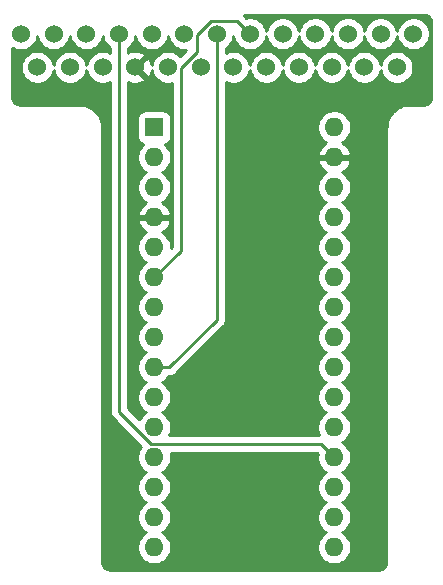
<source format=gbl>
%TF.GenerationSoftware,KiCad,Pcbnew,(5.1.6)-1*%
%TF.CreationDate,2020-09-18T20:45:58-04:00*%
%TF.ProjectId,grbl_adapter,6772626c-5f61-4646-9170-7465722e6b69,rev?*%
%TF.SameCoordinates,Original*%
%TF.FileFunction,Copper,L2,Bot*%
%TF.FilePolarity,Positive*%
%FSLAX46Y46*%
G04 Gerber Fmt 4.6, Leading zero omitted, Abs format (unit mm)*
G04 Created by KiCad (PCBNEW (5.1.6)-1) date 2020-09-18 20:45:58*
%MOMM*%
%LPD*%
G01*
G04 APERTURE LIST*
%TA.AperFunction,ComponentPad*%
%ADD10C,1.524000*%
%TD*%
%TA.AperFunction,ComponentPad*%
%ADD11O,1.600000X1.600000*%
%TD*%
%TA.AperFunction,ComponentPad*%
%ADD12R,1.600000X1.600000*%
%TD*%
%TA.AperFunction,Conductor*%
%ADD13C,0.250000*%
%TD*%
%TA.AperFunction,Conductor*%
%ADD14C,0.254000*%
%TD*%
G04 APERTURE END LIST*
D10*
%TO.P,U1,1*%
%TO.N,Net-(U1-Pad1)*%
X124599700Y-74625200D03*
%TO.P,U1,2*%
%TO.N,Net-(U1-Pad2)*%
X127368300Y-74625200D03*
%TO.P,U1,3*%
%TO.N,Net-(U1-Pad3)*%
X130136900Y-74625200D03*
%TO.P,U1,4*%
%TO.N,Net-(A0-Pad19)*%
X132905500Y-74625200D03*
%TO.P,U1,5*%
%TO.N,Net-(U1-Pad5)*%
X135674100Y-74625200D03*
%TO.P,U1,6*%
%TO.N,Net-(U1-Pad6)*%
X138442700Y-74625200D03*
%TO.P,U1,7*%
%TO.N,Net-(A0-Pad9)*%
X141211300Y-74625200D03*
%TO.P,U1,8*%
%TO.N,Net-(A0-Pad6)*%
X143979900Y-74625200D03*
%TO.P,U1,9*%
%TO.N,Net-(A0-Pad10)*%
X146748500Y-74625200D03*
%TO.P,U1,10*%
%TO.N,Net-(A0-Pad7)*%
X149517100Y-74625200D03*
%TO.P,U1,11*%
%TO.N,Net-(A0-Pad8)*%
X152285700Y-74625200D03*
%TO.P,U1,12*%
%TO.N,Net-(A0-Pad5)*%
X155054300Y-74625200D03*
%TO.P,U1,13*%
%TO.N,Net-(U1-Pad13)*%
X157822900Y-74625200D03*
%TO.P,U1,14*%
%TO.N,Net-(U1-Pad14)*%
X125984000Y-77470000D03*
%TO.P,U1,15*%
%TO.N,Net-(U1-Pad15)*%
X128752600Y-77470000D03*
%TO.P,U1,16*%
%TO.N,Net-(U1-Pad16)*%
X131521200Y-77470000D03*
%TO.P,U1,17*%
%TO.N,GND*%
X134289800Y-77470000D03*
%TO.P,U1,18*%
%TO.N,Net-(U1-Pad18)*%
X137058400Y-77470000D03*
%TO.P,U1,19*%
%TO.N,Net-(U1-Pad19)*%
X139827000Y-77470000D03*
%TO.P,U1,20*%
%TO.N,Net-(U1-Pad20)*%
X142595600Y-77470000D03*
%TO.P,U1,21*%
%TO.N,Net-(U1-Pad21)*%
X145364200Y-77470000D03*
%TO.P,U1,22*%
%TO.N,Net-(U1-Pad22)*%
X148132800Y-77470000D03*
%TO.P,U1,23*%
%TO.N,Net-(U1-Pad23)*%
X150901400Y-77470000D03*
%TO.P,U1,24*%
%TO.N,Net-(U1-Pad24)*%
X153670000Y-77470000D03*
%TO.P,U1,25*%
%TO.N,Net-(U1-Pad25)*%
X156438600Y-77470000D03*
%TD*%
D11*
%TO.P,A0,16*%
%TO.N,Net-(A0-Pad16)*%
X151130000Y-118110000D03*
%TO.P,A0,15*%
%TO.N,Net-(A0-Pad15)*%
X135890000Y-118110000D03*
%TO.P,A0,30*%
%TO.N,Net-(A0-Pad30)*%
X151130000Y-82550000D03*
%TO.P,A0,14*%
%TO.N,Net-(A0-Pad14)*%
X135890000Y-115570000D03*
%TO.P,A0,29*%
%TO.N,GND*%
X151130000Y-85090000D03*
%TO.P,A0,13*%
%TO.N,Net-(A0-Pad13)*%
X135890000Y-113030000D03*
%TO.P,A0,28*%
%TO.N,Net-(A0-Pad28)*%
X151130000Y-87630000D03*
%TO.P,A0,12*%
%TO.N,Net-(A0-Pad12)*%
X135890000Y-110490000D03*
%TO.P,A0,27*%
%TO.N,Net-(A0-Pad27)*%
X151130000Y-90170000D03*
%TO.P,A0,11*%
%TO.N,Net-(A0-Pad11)*%
X135890000Y-107950000D03*
%TO.P,A0,26*%
%TO.N,Net-(A0-Pad26)*%
X151130000Y-92710000D03*
%TO.P,A0,10*%
%TO.N,Net-(A0-Pad10)*%
X135890000Y-105410000D03*
%TO.P,A0,25*%
%TO.N,Net-(A0-Pad25)*%
X151130000Y-95250000D03*
%TO.P,A0,9*%
%TO.N,Net-(A0-Pad9)*%
X135890000Y-102870000D03*
%TO.P,A0,24*%
%TO.N,Net-(A0-Pad24)*%
X151130000Y-97790000D03*
%TO.P,A0,8*%
%TO.N,Net-(A0-Pad8)*%
X135890000Y-100330000D03*
%TO.P,A0,23*%
%TO.N,Net-(A0-Pad23)*%
X151130000Y-100330000D03*
%TO.P,A0,7*%
%TO.N,Net-(A0-Pad7)*%
X135890000Y-97790000D03*
%TO.P,A0,22*%
%TO.N,Net-(A0-Pad22)*%
X151130000Y-102870000D03*
%TO.P,A0,6*%
%TO.N,Net-(A0-Pad6)*%
X135890000Y-95250000D03*
%TO.P,A0,21*%
%TO.N,Net-(A0-Pad21)*%
X151130000Y-105410000D03*
%TO.P,A0,5*%
%TO.N,Net-(A0-Pad5)*%
X135890000Y-92710000D03*
%TO.P,A0,20*%
%TO.N,Net-(A0-Pad20)*%
X151130000Y-107950000D03*
%TO.P,A0,4*%
%TO.N,GND*%
X135890000Y-90170000D03*
%TO.P,A0,19*%
%TO.N,Net-(A0-Pad19)*%
X151130000Y-110490000D03*
%TO.P,A0,3*%
%TO.N,Net-(A0-Pad3)*%
X135890000Y-87630000D03*
%TO.P,A0,18*%
%TO.N,Net-(A0-Pad18)*%
X151130000Y-113030000D03*
%TO.P,A0,2*%
%TO.N,Net-(A0-Pad2)*%
X135890000Y-85090000D03*
%TO.P,A0,17*%
%TO.N,Net-(A0-Pad17)*%
X151130000Y-115570000D03*
D12*
%TO.P,A0,1*%
%TO.N,Net-(A0-Pad1)*%
X135890000Y-82550000D03*
%TD*%
D13*
%TO.N,Net-(A0-Pad9)*%
X141211300Y-98818700D02*
X141211300Y-74625200D01*
X137160000Y-102870000D02*
X141211300Y-98818700D01*
X137160000Y-102870000D02*
X135890000Y-102870000D01*
%TO.N,Net-(A0-Pad6)*%
X138145401Y-92994599D02*
X135890000Y-95250000D01*
X138145401Y-77542837D02*
X138145401Y-92994599D01*
X139529701Y-76158537D02*
X138145401Y-77542837D01*
X140689539Y-73538199D02*
X139529701Y-74698037D01*
X142892899Y-73538199D02*
X140689539Y-73538199D01*
X139529701Y-74698037D02*
X139529701Y-76158537D01*
X143979900Y-74625200D02*
X142892899Y-73538199D01*
%TO.N,Net-(A0-Pad19)*%
X150004999Y-109364999D02*
X151130000Y-110490000D01*
X132905500Y-106630502D02*
X135639997Y-109364999D01*
X135639997Y-109364999D02*
X150004999Y-109364999D01*
X132905500Y-74625200D02*
X132905500Y-106630502D01*
%TD*%
D14*
%TO.N,GND*%
G36*
X158867869Y-73064722D02*
G01*
X158981246Y-73098953D01*
X159085819Y-73154555D01*
X159177596Y-73229407D01*
X159253091Y-73320664D01*
X159309419Y-73424844D01*
X159344440Y-73537976D01*
X159360001Y-73686031D01*
X159360000Y-79977721D01*
X159345278Y-80127869D01*
X159311047Y-80241246D01*
X159255446Y-80345817D01*
X159180594Y-80437595D01*
X159089335Y-80513091D01*
X158985160Y-80569419D01*
X158872024Y-80604440D01*
X158723979Y-80620000D01*
X157447581Y-80620000D01*
X157419135Y-80622802D01*
X157411318Y-80622747D01*
X157402147Y-80623646D01*
X157155644Y-80649554D01*
X157097028Y-80661586D01*
X157038284Y-80672792D01*
X157029462Y-80675456D01*
X156792686Y-80748751D01*
X156737555Y-80771926D01*
X156682080Y-80794339D01*
X156673944Y-80798666D01*
X156455914Y-80916554D01*
X156406346Y-80949988D01*
X156356265Y-80982760D01*
X156349124Y-80988584D01*
X156158144Y-81146577D01*
X156116005Y-81189012D01*
X156073255Y-81230875D01*
X156067381Y-81237976D01*
X155910727Y-81430054D01*
X155877655Y-81479831D01*
X155843826Y-81529237D01*
X155839444Y-81537343D01*
X155723081Y-81756191D01*
X155700298Y-81811468D01*
X155676721Y-81866475D01*
X155673997Y-81875278D01*
X155602357Y-82112559D01*
X155590736Y-82171246D01*
X155578300Y-82229752D01*
X155577337Y-82238917D01*
X155553150Y-82485595D01*
X155553150Y-82485608D01*
X155550001Y-82517581D01*
X155550000Y-119347721D01*
X155535278Y-119497869D01*
X155501047Y-119611246D01*
X155445446Y-119715817D01*
X155370594Y-119807595D01*
X155279335Y-119883091D01*
X155175160Y-119939419D01*
X155062024Y-119974440D01*
X154913979Y-119990000D01*
X132112279Y-119990000D01*
X131962131Y-119975278D01*
X131848754Y-119941047D01*
X131744183Y-119885446D01*
X131652405Y-119810594D01*
X131576909Y-119719335D01*
X131520581Y-119615160D01*
X131485560Y-119502024D01*
X131470000Y-119353979D01*
X131470000Y-82517581D01*
X131467198Y-82489135D01*
X131467253Y-82481318D01*
X131466354Y-82472147D01*
X131440446Y-82225644D01*
X131428414Y-82167028D01*
X131417208Y-82108284D01*
X131414544Y-82099462D01*
X131341249Y-81862686D01*
X131318074Y-81807555D01*
X131295661Y-81752080D01*
X131291334Y-81743944D01*
X131173446Y-81525914D01*
X131140012Y-81476346D01*
X131107240Y-81426265D01*
X131101416Y-81419124D01*
X130943423Y-81228144D01*
X130900988Y-81186005D01*
X130859125Y-81143255D01*
X130852024Y-81137381D01*
X130659946Y-80980727D01*
X130610169Y-80947655D01*
X130560763Y-80913826D01*
X130552657Y-80909444D01*
X130333809Y-80793081D01*
X130278532Y-80770298D01*
X130223525Y-80746721D01*
X130214722Y-80743997D01*
X129977441Y-80672357D01*
X129918754Y-80660736D01*
X129860248Y-80648300D01*
X129851085Y-80647337D01*
X129851083Y-80647337D01*
X129604405Y-80623150D01*
X129604402Y-80623150D01*
X129572419Y-80620000D01*
X124492279Y-80620000D01*
X124342131Y-80605278D01*
X124228754Y-80571047D01*
X124124183Y-80515446D01*
X124032405Y-80440594D01*
X123956909Y-80349335D01*
X123900581Y-80245160D01*
X123865560Y-80132024D01*
X123850000Y-79983979D01*
X123850000Y-75804423D01*
X123937973Y-75863205D01*
X124192210Y-75968514D01*
X124462108Y-76022200D01*
X124737292Y-76022200D01*
X125007190Y-75968514D01*
X125261427Y-75863205D01*
X125490235Y-75710320D01*
X125684820Y-75515735D01*
X125837705Y-75286927D01*
X125943014Y-75032690D01*
X125984000Y-74826639D01*
X126024986Y-75032690D01*
X126130295Y-75286927D01*
X126283180Y-75515735D01*
X126477765Y-75710320D01*
X126706573Y-75863205D01*
X126960810Y-75968514D01*
X127230708Y-76022200D01*
X127505892Y-76022200D01*
X127775790Y-75968514D01*
X128030027Y-75863205D01*
X128258835Y-75710320D01*
X128453420Y-75515735D01*
X128606305Y-75286927D01*
X128711614Y-75032690D01*
X128752600Y-74826639D01*
X128793586Y-75032690D01*
X128898895Y-75286927D01*
X129051780Y-75515735D01*
X129246365Y-75710320D01*
X129475173Y-75863205D01*
X129729410Y-75968514D01*
X129999308Y-76022200D01*
X130274492Y-76022200D01*
X130544390Y-75968514D01*
X130798627Y-75863205D01*
X131027435Y-75710320D01*
X131222020Y-75515735D01*
X131374905Y-75286927D01*
X131480214Y-75032690D01*
X131521200Y-74826639D01*
X131562186Y-75032690D01*
X131667495Y-75286927D01*
X131820380Y-75515735D01*
X132014965Y-75710320D01*
X132145500Y-75797541D01*
X132145500Y-76216492D01*
X131928690Y-76126686D01*
X131658792Y-76073000D01*
X131383608Y-76073000D01*
X131113710Y-76126686D01*
X130859473Y-76231995D01*
X130630665Y-76384880D01*
X130436080Y-76579465D01*
X130283195Y-76808273D01*
X130177886Y-77062510D01*
X130136900Y-77268561D01*
X130095914Y-77062510D01*
X129990605Y-76808273D01*
X129837720Y-76579465D01*
X129643135Y-76384880D01*
X129414327Y-76231995D01*
X129160090Y-76126686D01*
X128890192Y-76073000D01*
X128615008Y-76073000D01*
X128345110Y-76126686D01*
X128090873Y-76231995D01*
X127862065Y-76384880D01*
X127667480Y-76579465D01*
X127514595Y-76808273D01*
X127409286Y-77062510D01*
X127368300Y-77268561D01*
X127327314Y-77062510D01*
X127222005Y-76808273D01*
X127069120Y-76579465D01*
X126874535Y-76384880D01*
X126645727Y-76231995D01*
X126391490Y-76126686D01*
X126121592Y-76073000D01*
X125846408Y-76073000D01*
X125576510Y-76126686D01*
X125322273Y-76231995D01*
X125093465Y-76384880D01*
X124898880Y-76579465D01*
X124745995Y-76808273D01*
X124640686Y-77062510D01*
X124587000Y-77332408D01*
X124587000Y-77607592D01*
X124640686Y-77877490D01*
X124745995Y-78131727D01*
X124898880Y-78360535D01*
X125093465Y-78555120D01*
X125322273Y-78708005D01*
X125576510Y-78813314D01*
X125846408Y-78867000D01*
X126121592Y-78867000D01*
X126391490Y-78813314D01*
X126645727Y-78708005D01*
X126874535Y-78555120D01*
X127069120Y-78360535D01*
X127222005Y-78131727D01*
X127327314Y-77877490D01*
X127368300Y-77671439D01*
X127409286Y-77877490D01*
X127514595Y-78131727D01*
X127667480Y-78360535D01*
X127862065Y-78555120D01*
X128090873Y-78708005D01*
X128345110Y-78813314D01*
X128615008Y-78867000D01*
X128890192Y-78867000D01*
X129160090Y-78813314D01*
X129414327Y-78708005D01*
X129643135Y-78555120D01*
X129837720Y-78360535D01*
X129990605Y-78131727D01*
X130095914Y-77877490D01*
X130136900Y-77671439D01*
X130177886Y-77877490D01*
X130283195Y-78131727D01*
X130436080Y-78360535D01*
X130630665Y-78555120D01*
X130859473Y-78708005D01*
X131113710Y-78813314D01*
X131383608Y-78867000D01*
X131658792Y-78867000D01*
X131928690Y-78813314D01*
X132145500Y-78723508D01*
X132145501Y-106593169D01*
X132141824Y-106630502D01*
X132156498Y-106779487D01*
X132199954Y-106922748D01*
X132270526Y-107054778D01*
X132341701Y-107141504D01*
X132365500Y-107170503D01*
X132394498Y-107194301D01*
X134775400Y-109575204D01*
X134775363Y-109575241D01*
X134618320Y-109810273D01*
X134510147Y-110071426D01*
X134455000Y-110348665D01*
X134455000Y-110631335D01*
X134510147Y-110908574D01*
X134618320Y-111169727D01*
X134775363Y-111404759D01*
X134975241Y-111604637D01*
X135207759Y-111760000D01*
X134975241Y-111915363D01*
X134775363Y-112115241D01*
X134618320Y-112350273D01*
X134510147Y-112611426D01*
X134455000Y-112888665D01*
X134455000Y-113171335D01*
X134510147Y-113448574D01*
X134618320Y-113709727D01*
X134775363Y-113944759D01*
X134975241Y-114144637D01*
X135207759Y-114300000D01*
X134975241Y-114455363D01*
X134775363Y-114655241D01*
X134618320Y-114890273D01*
X134510147Y-115151426D01*
X134455000Y-115428665D01*
X134455000Y-115711335D01*
X134510147Y-115988574D01*
X134618320Y-116249727D01*
X134775363Y-116484759D01*
X134975241Y-116684637D01*
X135207759Y-116840000D01*
X134975241Y-116995363D01*
X134775363Y-117195241D01*
X134618320Y-117430273D01*
X134510147Y-117691426D01*
X134455000Y-117968665D01*
X134455000Y-118251335D01*
X134510147Y-118528574D01*
X134618320Y-118789727D01*
X134775363Y-119024759D01*
X134975241Y-119224637D01*
X135210273Y-119381680D01*
X135471426Y-119489853D01*
X135748665Y-119545000D01*
X136031335Y-119545000D01*
X136308574Y-119489853D01*
X136569727Y-119381680D01*
X136804759Y-119224637D01*
X137004637Y-119024759D01*
X137161680Y-118789727D01*
X137269853Y-118528574D01*
X137325000Y-118251335D01*
X137325000Y-117968665D01*
X137269853Y-117691426D01*
X137161680Y-117430273D01*
X137004637Y-117195241D01*
X136804759Y-116995363D01*
X136572241Y-116840000D01*
X136804759Y-116684637D01*
X137004637Y-116484759D01*
X137161680Y-116249727D01*
X137269853Y-115988574D01*
X137325000Y-115711335D01*
X137325000Y-115428665D01*
X137269853Y-115151426D01*
X137161680Y-114890273D01*
X137004637Y-114655241D01*
X136804759Y-114455363D01*
X136572241Y-114300000D01*
X136804759Y-114144637D01*
X137004637Y-113944759D01*
X137161680Y-113709727D01*
X137269853Y-113448574D01*
X137325000Y-113171335D01*
X137325000Y-112888665D01*
X137269853Y-112611426D01*
X137161680Y-112350273D01*
X137004637Y-112115241D01*
X136804759Y-111915363D01*
X136572241Y-111760000D01*
X136804759Y-111604637D01*
X137004637Y-111404759D01*
X137161680Y-111169727D01*
X137269853Y-110908574D01*
X137325000Y-110631335D01*
X137325000Y-110348665D01*
X137280509Y-110124999D01*
X149690198Y-110124999D01*
X149731312Y-110166113D01*
X149695000Y-110348665D01*
X149695000Y-110631335D01*
X149750147Y-110908574D01*
X149858320Y-111169727D01*
X150015363Y-111404759D01*
X150215241Y-111604637D01*
X150447759Y-111760000D01*
X150215241Y-111915363D01*
X150015363Y-112115241D01*
X149858320Y-112350273D01*
X149750147Y-112611426D01*
X149695000Y-112888665D01*
X149695000Y-113171335D01*
X149750147Y-113448574D01*
X149858320Y-113709727D01*
X150015363Y-113944759D01*
X150215241Y-114144637D01*
X150447759Y-114300000D01*
X150215241Y-114455363D01*
X150015363Y-114655241D01*
X149858320Y-114890273D01*
X149750147Y-115151426D01*
X149695000Y-115428665D01*
X149695000Y-115711335D01*
X149750147Y-115988574D01*
X149858320Y-116249727D01*
X150015363Y-116484759D01*
X150215241Y-116684637D01*
X150447759Y-116840000D01*
X150215241Y-116995363D01*
X150015363Y-117195241D01*
X149858320Y-117430273D01*
X149750147Y-117691426D01*
X149695000Y-117968665D01*
X149695000Y-118251335D01*
X149750147Y-118528574D01*
X149858320Y-118789727D01*
X150015363Y-119024759D01*
X150215241Y-119224637D01*
X150450273Y-119381680D01*
X150711426Y-119489853D01*
X150988665Y-119545000D01*
X151271335Y-119545000D01*
X151548574Y-119489853D01*
X151809727Y-119381680D01*
X152044759Y-119224637D01*
X152244637Y-119024759D01*
X152401680Y-118789727D01*
X152509853Y-118528574D01*
X152565000Y-118251335D01*
X152565000Y-117968665D01*
X152509853Y-117691426D01*
X152401680Y-117430273D01*
X152244637Y-117195241D01*
X152044759Y-116995363D01*
X151812241Y-116840000D01*
X152044759Y-116684637D01*
X152244637Y-116484759D01*
X152401680Y-116249727D01*
X152509853Y-115988574D01*
X152565000Y-115711335D01*
X152565000Y-115428665D01*
X152509853Y-115151426D01*
X152401680Y-114890273D01*
X152244637Y-114655241D01*
X152044759Y-114455363D01*
X151812241Y-114300000D01*
X152044759Y-114144637D01*
X152244637Y-113944759D01*
X152401680Y-113709727D01*
X152509853Y-113448574D01*
X152565000Y-113171335D01*
X152565000Y-112888665D01*
X152509853Y-112611426D01*
X152401680Y-112350273D01*
X152244637Y-112115241D01*
X152044759Y-111915363D01*
X151812241Y-111760000D01*
X152044759Y-111604637D01*
X152244637Y-111404759D01*
X152401680Y-111169727D01*
X152509853Y-110908574D01*
X152565000Y-110631335D01*
X152565000Y-110348665D01*
X152509853Y-110071426D01*
X152401680Y-109810273D01*
X152244637Y-109575241D01*
X152044759Y-109375363D01*
X151812241Y-109220000D01*
X152044759Y-109064637D01*
X152244637Y-108864759D01*
X152401680Y-108629727D01*
X152509853Y-108368574D01*
X152565000Y-108091335D01*
X152565000Y-107808665D01*
X152509853Y-107531426D01*
X152401680Y-107270273D01*
X152244637Y-107035241D01*
X152044759Y-106835363D01*
X151812241Y-106680000D01*
X152044759Y-106524637D01*
X152244637Y-106324759D01*
X152401680Y-106089727D01*
X152509853Y-105828574D01*
X152565000Y-105551335D01*
X152565000Y-105268665D01*
X152509853Y-104991426D01*
X152401680Y-104730273D01*
X152244637Y-104495241D01*
X152044759Y-104295363D01*
X151812241Y-104140000D01*
X152044759Y-103984637D01*
X152244637Y-103784759D01*
X152401680Y-103549727D01*
X152509853Y-103288574D01*
X152565000Y-103011335D01*
X152565000Y-102728665D01*
X152509853Y-102451426D01*
X152401680Y-102190273D01*
X152244637Y-101955241D01*
X152044759Y-101755363D01*
X151812241Y-101600000D01*
X152044759Y-101444637D01*
X152244637Y-101244759D01*
X152401680Y-101009727D01*
X152509853Y-100748574D01*
X152565000Y-100471335D01*
X152565000Y-100188665D01*
X152509853Y-99911426D01*
X152401680Y-99650273D01*
X152244637Y-99415241D01*
X152044759Y-99215363D01*
X151812241Y-99060000D01*
X152044759Y-98904637D01*
X152244637Y-98704759D01*
X152401680Y-98469727D01*
X152509853Y-98208574D01*
X152565000Y-97931335D01*
X152565000Y-97648665D01*
X152509853Y-97371426D01*
X152401680Y-97110273D01*
X152244637Y-96875241D01*
X152044759Y-96675363D01*
X151812241Y-96520000D01*
X152044759Y-96364637D01*
X152244637Y-96164759D01*
X152401680Y-95929727D01*
X152509853Y-95668574D01*
X152565000Y-95391335D01*
X152565000Y-95108665D01*
X152509853Y-94831426D01*
X152401680Y-94570273D01*
X152244637Y-94335241D01*
X152044759Y-94135363D01*
X151812241Y-93980000D01*
X152044759Y-93824637D01*
X152244637Y-93624759D01*
X152401680Y-93389727D01*
X152509853Y-93128574D01*
X152565000Y-92851335D01*
X152565000Y-92568665D01*
X152509853Y-92291426D01*
X152401680Y-92030273D01*
X152244637Y-91795241D01*
X152044759Y-91595363D01*
X151812241Y-91440000D01*
X152044759Y-91284637D01*
X152244637Y-91084759D01*
X152401680Y-90849727D01*
X152509853Y-90588574D01*
X152565000Y-90311335D01*
X152565000Y-90028665D01*
X152509853Y-89751426D01*
X152401680Y-89490273D01*
X152244637Y-89255241D01*
X152044759Y-89055363D01*
X151812241Y-88900000D01*
X152044759Y-88744637D01*
X152244637Y-88544759D01*
X152401680Y-88309727D01*
X152509853Y-88048574D01*
X152565000Y-87771335D01*
X152565000Y-87488665D01*
X152509853Y-87211426D01*
X152401680Y-86950273D01*
X152244637Y-86715241D01*
X152044759Y-86515363D01*
X151809727Y-86358320D01*
X151799135Y-86353933D01*
X151985131Y-86242385D01*
X152193519Y-86053414D01*
X152361037Y-85827420D01*
X152481246Y-85573087D01*
X152521904Y-85439039D01*
X152399915Y-85217000D01*
X151257000Y-85217000D01*
X151257000Y-85237000D01*
X151003000Y-85237000D01*
X151003000Y-85217000D01*
X149860085Y-85217000D01*
X149738096Y-85439039D01*
X149778754Y-85573087D01*
X149898963Y-85827420D01*
X150066481Y-86053414D01*
X150274869Y-86242385D01*
X150460865Y-86353933D01*
X150450273Y-86358320D01*
X150215241Y-86515363D01*
X150015363Y-86715241D01*
X149858320Y-86950273D01*
X149750147Y-87211426D01*
X149695000Y-87488665D01*
X149695000Y-87771335D01*
X149750147Y-88048574D01*
X149858320Y-88309727D01*
X150015363Y-88544759D01*
X150215241Y-88744637D01*
X150447759Y-88900000D01*
X150215241Y-89055363D01*
X150015363Y-89255241D01*
X149858320Y-89490273D01*
X149750147Y-89751426D01*
X149695000Y-90028665D01*
X149695000Y-90311335D01*
X149750147Y-90588574D01*
X149858320Y-90849727D01*
X150015363Y-91084759D01*
X150215241Y-91284637D01*
X150447759Y-91440000D01*
X150215241Y-91595363D01*
X150015363Y-91795241D01*
X149858320Y-92030273D01*
X149750147Y-92291426D01*
X149695000Y-92568665D01*
X149695000Y-92851335D01*
X149750147Y-93128574D01*
X149858320Y-93389727D01*
X150015363Y-93624759D01*
X150215241Y-93824637D01*
X150447759Y-93980000D01*
X150215241Y-94135363D01*
X150015363Y-94335241D01*
X149858320Y-94570273D01*
X149750147Y-94831426D01*
X149695000Y-95108665D01*
X149695000Y-95391335D01*
X149750147Y-95668574D01*
X149858320Y-95929727D01*
X150015363Y-96164759D01*
X150215241Y-96364637D01*
X150447759Y-96520000D01*
X150215241Y-96675363D01*
X150015363Y-96875241D01*
X149858320Y-97110273D01*
X149750147Y-97371426D01*
X149695000Y-97648665D01*
X149695000Y-97931335D01*
X149750147Y-98208574D01*
X149858320Y-98469727D01*
X150015363Y-98704759D01*
X150215241Y-98904637D01*
X150447759Y-99060000D01*
X150215241Y-99215363D01*
X150015363Y-99415241D01*
X149858320Y-99650273D01*
X149750147Y-99911426D01*
X149695000Y-100188665D01*
X149695000Y-100471335D01*
X149750147Y-100748574D01*
X149858320Y-101009727D01*
X150015363Y-101244759D01*
X150215241Y-101444637D01*
X150447759Y-101600000D01*
X150215241Y-101755363D01*
X150015363Y-101955241D01*
X149858320Y-102190273D01*
X149750147Y-102451426D01*
X149695000Y-102728665D01*
X149695000Y-103011335D01*
X149750147Y-103288574D01*
X149858320Y-103549727D01*
X150015363Y-103784759D01*
X150215241Y-103984637D01*
X150447759Y-104140000D01*
X150215241Y-104295363D01*
X150015363Y-104495241D01*
X149858320Y-104730273D01*
X149750147Y-104991426D01*
X149695000Y-105268665D01*
X149695000Y-105551335D01*
X149750147Y-105828574D01*
X149858320Y-106089727D01*
X150015363Y-106324759D01*
X150215241Y-106524637D01*
X150447759Y-106680000D01*
X150215241Y-106835363D01*
X150015363Y-107035241D01*
X149858320Y-107270273D01*
X149750147Y-107531426D01*
X149695000Y-107808665D01*
X149695000Y-108091335D01*
X149750147Y-108368574D01*
X149848077Y-108604999D01*
X137171923Y-108604999D01*
X137269853Y-108368574D01*
X137325000Y-108091335D01*
X137325000Y-107808665D01*
X137269853Y-107531426D01*
X137161680Y-107270273D01*
X137004637Y-107035241D01*
X136804759Y-106835363D01*
X136572241Y-106680000D01*
X136804759Y-106524637D01*
X137004637Y-106324759D01*
X137161680Y-106089727D01*
X137269853Y-105828574D01*
X137325000Y-105551335D01*
X137325000Y-105268665D01*
X137269853Y-104991426D01*
X137161680Y-104730273D01*
X137004637Y-104495241D01*
X136804759Y-104295363D01*
X136572241Y-104140000D01*
X136804759Y-103984637D01*
X137004637Y-103784759D01*
X137108043Y-103630000D01*
X137122678Y-103630000D01*
X137160000Y-103633676D01*
X137197322Y-103630000D01*
X137197333Y-103630000D01*
X137308986Y-103619003D01*
X137452247Y-103575546D01*
X137584276Y-103504974D01*
X137700001Y-103410001D01*
X137723804Y-103380997D01*
X141722309Y-99382494D01*
X141751301Y-99358701D01*
X141775095Y-99329708D01*
X141775099Y-99329704D01*
X141846273Y-99242977D01*
X141846274Y-99242976D01*
X141916846Y-99110947D01*
X141960303Y-98967686D01*
X141971300Y-98856033D01*
X141971300Y-98856024D01*
X141974976Y-98818701D01*
X141971300Y-98781378D01*
X141971300Y-82408665D01*
X149695000Y-82408665D01*
X149695000Y-82691335D01*
X149750147Y-82968574D01*
X149858320Y-83229727D01*
X150015363Y-83464759D01*
X150215241Y-83664637D01*
X150450273Y-83821680D01*
X150460865Y-83826067D01*
X150274869Y-83937615D01*
X150066481Y-84126586D01*
X149898963Y-84352580D01*
X149778754Y-84606913D01*
X149738096Y-84740961D01*
X149860085Y-84963000D01*
X151003000Y-84963000D01*
X151003000Y-84943000D01*
X151257000Y-84943000D01*
X151257000Y-84963000D01*
X152399915Y-84963000D01*
X152521904Y-84740961D01*
X152481246Y-84606913D01*
X152361037Y-84352580D01*
X152193519Y-84126586D01*
X151985131Y-83937615D01*
X151799135Y-83826067D01*
X151809727Y-83821680D01*
X152044759Y-83664637D01*
X152244637Y-83464759D01*
X152401680Y-83229727D01*
X152509853Y-82968574D01*
X152565000Y-82691335D01*
X152565000Y-82408665D01*
X152509853Y-82131426D01*
X152401680Y-81870273D01*
X152244637Y-81635241D01*
X152044759Y-81435363D01*
X151809727Y-81278320D01*
X151548574Y-81170147D01*
X151271335Y-81115000D01*
X150988665Y-81115000D01*
X150711426Y-81170147D01*
X150450273Y-81278320D01*
X150215241Y-81435363D01*
X150015363Y-81635241D01*
X149858320Y-81870273D01*
X149750147Y-82131426D01*
X149695000Y-82408665D01*
X141971300Y-82408665D01*
X141971300Y-78723508D01*
X142188110Y-78813314D01*
X142458008Y-78867000D01*
X142733192Y-78867000D01*
X143003090Y-78813314D01*
X143257327Y-78708005D01*
X143486135Y-78555120D01*
X143680720Y-78360535D01*
X143833605Y-78131727D01*
X143938914Y-77877490D01*
X143979900Y-77671439D01*
X144020886Y-77877490D01*
X144126195Y-78131727D01*
X144279080Y-78360535D01*
X144473665Y-78555120D01*
X144702473Y-78708005D01*
X144956710Y-78813314D01*
X145226608Y-78867000D01*
X145501792Y-78867000D01*
X145771690Y-78813314D01*
X146025927Y-78708005D01*
X146254735Y-78555120D01*
X146449320Y-78360535D01*
X146602205Y-78131727D01*
X146707514Y-77877490D01*
X146748500Y-77671439D01*
X146789486Y-77877490D01*
X146894795Y-78131727D01*
X147047680Y-78360535D01*
X147242265Y-78555120D01*
X147471073Y-78708005D01*
X147725310Y-78813314D01*
X147995208Y-78867000D01*
X148270392Y-78867000D01*
X148540290Y-78813314D01*
X148794527Y-78708005D01*
X149023335Y-78555120D01*
X149217920Y-78360535D01*
X149370805Y-78131727D01*
X149476114Y-77877490D01*
X149517100Y-77671439D01*
X149558086Y-77877490D01*
X149663395Y-78131727D01*
X149816280Y-78360535D01*
X150010865Y-78555120D01*
X150239673Y-78708005D01*
X150493910Y-78813314D01*
X150763808Y-78867000D01*
X151038992Y-78867000D01*
X151308890Y-78813314D01*
X151563127Y-78708005D01*
X151791935Y-78555120D01*
X151986520Y-78360535D01*
X152139405Y-78131727D01*
X152244714Y-77877490D01*
X152285700Y-77671439D01*
X152326686Y-77877490D01*
X152431995Y-78131727D01*
X152584880Y-78360535D01*
X152779465Y-78555120D01*
X153008273Y-78708005D01*
X153262510Y-78813314D01*
X153532408Y-78867000D01*
X153807592Y-78867000D01*
X154077490Y-78813314D01*
X154331727Y-78708005D01*
X154560535Y-78555120D01*
X154755120Y-78360535D01*
X154908005Y-78131727D01*
X155013314Y-77877490D01*
X155054300Y-77671439D01*
X155095286Y-77877490D01*
X155200595Y-78131727D01*
X155353480Y-78360535D01*
X155548065Y-78555120D01*
X155776873Y-78708005D01*
X156031110Y-78813314D01*
X156301008Y-78867000D01*
X156576192Y-78867000D01*
X156846090Y-78813314D01*
X157100327Y-78708005D01*
X157329135Y-78555120D01*
X157523720Y-78360535D01*
X157676605Y-78131727D01*
X157781914Y-77877490D01*
X157835600Y-77607592D01*
X157835600Y-77332408D01*
X157781914Y-77062510D01*
X157676605Y-76808273D01*
X157523720Y-76579465D01*
X157329135Y-76384880D01*
X157100327Y-76231995D01*
X156846090Y-76126686D01*
X156576192Y-76073000D01*
X156301008Y-76073000D01*
X156031110Y-76126686D01*
X155776873Y-76231995D01*
X155548065Y-76384880D01*
X155353480Y-76579465D01*
X155200595Y-76808273D01*
X155095286Y-77062510D01*
X155054300Y-77268561D01*
X155013314Y-77062510D01*
X154908005Y-76808273D01*
X154755120Y-76579465D01*
X154560535Y-76384880D01*
X154331727Y-76231995D01*
X154077490Y-76126686D01*
X153807592Y-76073000D01*
X153532408Y-76073000D01*
X153262510Y-76126686D01*
X153008273Y-76231995D01*
X152779465Y-76384880D01*
X152584880Y-76579465D01*
X152431995Y-76808273D01*
X152326686Y-77062510D01*
X152285700Y-77268561D01*
X152244714Y-77062510D01*
X152139405Y-76808273D01*
X151986520Y-76579465D01*
X151791935Y-76384880D01*
X151563127Y-76231995D01*
X151308890Y-76126686D01*
X151038992Y-76073000D01*
X150763808Y-76073000D01*
X150493910Y-76126686D01*
X150239673Y-76231995D01*
X150010865Y-76384880D01*
X149816280Y-76579465D01*
X149663395Y-76808273D01*
X149558086Y-77062510D01*
X149517100Y-77268561D01*
X149476114Y-77062510D01*
X149370805Y-76808273D01*
X149217920Y-76579465D01*
X149023335Y-76384880D01*
X148794527Y-76231995D01*
X148540290Y-76126686D01*
X148270392Y-76073000D01*
X147995208Y-76073000D01*
X147725310Y-76126686D01*
X147471073Y-76231995D01*
X147242265Y-76384880D01*
X147047680Y-76579465D01*
X146894795Y-76808273D01*
X146789486Y-77062510D01*
X146748500Y-77268561D01*
X146707514Y-77062510D01*
X146602205Y-76808273D01*
X146449320Y-76579465D01*
X146254735Y-76384880D01*
X146025927Y-76231995D01*
X145771690Y-76126686D01*
X145501792Y-76073000D01*
X145226608Y-76073000D01*
X144956710Y-76126686D01*
X144702473Y-76231995D01*
X144473665Y-76384880D01*
X144279080Y-76579465D01*
X144126195Y-76808273D01*
X144020886Y-77062510D01*
X143979900Y-77268561D01*
X143938914Y-77062510D01*
X143833605Y-76808273D01*
X143680720Y-76579465D01*
X143486135Y-76384880D01*
X143257327Y-76231995D01*
X143003090Y-76126686D01*
X142733192Y-76073000D01*
X142458008Y-76073000D01*
X142188110Y-76126686D01*
X141971300Y-76216492D01*
X141971300Y-75797541D01*
X142101835Y-75710320D01*
X142296420Y-75515735D01*
X142449305Y-75286927D01*
X142554614Y-75032690D01*
X142595600Y-74826639D01*
X142636586Y-75032690D01*
X142741895Y-75286927D01*
X142894780Y-75515735D01*
X143089365Y-75710320D01*
X143318173Y-75863205D01*
X143572410Y-75968514D01*
X143842308Y-76022200D01*
X144117492Y-76022200D01*
X144387390Y-75968514D01*
X144641627Y-75863205D01*
X144870435Y-75710320D01*
X145065020Y-75515735D01*
X145217905Y-75286927D01*
X145323214Y-75032690D01*
X145364200Y-74826639D01*
X145405186Y-75032690D01*
X145510495Y-75286927D01*
X145663380Y-75515735D01*
X145857965Y-75710320D01*
X146086773Y-75863205D01*
X146341010Y-75968514D01*
X146610908Y-76022200D01*
X146886092Y-76022200D01*
X147155990Y-75968514D01*
X147410227Y-75863205D01*
X147639035Y-75710320D01*
X147833620Y-75515735D01*
X147986505Y-75286927D01*
X148091814Y-75032690D01*
X148132800Y-74826639D01*
X148173786Y-75032690D01*
X148279095Y-75286927D01*
X148431980Y-75515735D01*
X148626565Y-75710320D01*
X148855373Y-75863205D01*
X149109610Y-75968514D01*
X149379508Y-76022200D01*
X149654692Y-76022200D01*
X149924590Y-75968514D01*
X150178827Y-75863205D01*
X150407635Y-75710320D01*
X150602220Y-75515735D01*
X150755105Y-75286927D01*
X150860414Y-75032690D01*
X150901400Y-74826639D01*
X150942386Y-75032690D01*
X151047695Y-75286927D01*
X151200580Y-75515735D01*
X151395165Y-75710320D01*
X151623973Y-75863205D01*
X151878210Y-75968514D01*
X152148108Y-76022200D01*
X152423292Y-76022200D01*
X152693190Y-75968514D01*
X152947427Y-75863205D01*
X153176235Y-75710320D01*
X153370820Y-75515735D01*
X153523705Y-75286927D01*
X153629014Y-75032690D01*
X153670000Y-74826639D01*
X153710986Y-75032690D01*
X153816295Y-75286927D01*
X153969180Y-75515735D01*
X154163765Y-75710320D01*
X154392573Y-75863205D01*
X154646810Y-75968514D01*
X154916708Y-76022200D01*
X155191892Y-76022200D01*
X155461790Y-75968514D01*
X155716027Y-75863205D01*
X155944835Y-75710320D01*
X156139420Y-75515735D01*
X156292305Y-75286927D01*
X156397614Y-75032690D01*
X156438600Y-74826639D01*
X156479586Y-75032690D01*
X156584895Y-75286927D01*
X156737780Y-75515735D01*
X156932365Y-75710320D01*
X157161173Y-75863205D01*
X157415410Y-75968514D01*
X157685308Y-76022200D01*
X157960492Y-76022200D01*
X158230390Y-75968514D01*
X158484627Y-75863205D01*
X158713435Y-75710320D01*
X158908020Y-75515735D01*
X159060905Y-75286927D01*
X159166214Y-75032690D01*
X159219900Y-74762792D01*
X159219900Y-74487608D01*
X159166214Y-74217710D01*
X159060905Y-73963473D01*
X158908020Y-73734665D01*
X158713435Y-73540080D01*
X158484627Y-73387195D01*
X158230390Y-73281886D01*
X157960492Y-73228200D01*
X157685308Y-73228200D01*
X157415410Y-73281886D01*
X157161173Y-73387195D01*
X156932365Y-73540080D01*
X156737780Y-73734665D01*
X156584895Y-73963473D01*
X156479586Y-74217710D01*
X156438600Y-74423761D01*
X156397614Y-74217710D01*
X156292305Y-73963473D01*
X156139420Y-73734665D01*
X155944835Y-73540080D01*
X155716027Y-73387195D01*
X155461790Y-73281886D01*
X155191892Y-73228200D01*
X154916708Y-73228200D01*
X154646810Y-73281886D01*
X154392573Y-73387195D01*
X154163765Y-73540080D01*
X153969180Y-73734665D01*
X153816295Y-73963473D01*
X153710986Y-74217710D01*
X153670000Y-74423761D01*
X153629014Y-74217710D01*
X153523705Y-73963473D01*
X153370820Y-73734665D01*
X153176235Y-73540080D01*
X152947427Y-73387195D01*
X152693190Y-73281886D01*
X152423292Y-73228200D01*
X152148108Y-73228200D01*
X151878210Y-73281886D01*
X151623973Y-73387195D01*
X151395165Y-73540080D01*
X151200580Y-73734665D01*
X151047695Y-73963473D01*
X150942386Y-74217710D01*
X150901400Y-74423761D01*
X150860414Y-74217710D01*
X150755105Y-73963473D01*
X150602220Y-73734665D01*
X150407635Y-73540080D01*
X150178827Y-73387195D01*
X149924590Y-73281886D01*
X149654692Y-73228200D01*
X149379508Y-73228200D01*
X149109610Y-73281886D01*
X148855373Y-73387195D01*
X148626565Y-73540080D01*
X148431980Y-73734665D01*
X148279095Y-73963473D01*
X148173786Y-74217710D01*
X148132800Y-74423761D01*
X148091814Y-74217710D01*
X147986505Y-73963473D01*
X147833620Y-73734665D01*
X147639035Y-73540080D01*
X147410227Y-73387195D01*
X147155990Y-73281886D01*
X146886092Y-73228200D01*
X146610908Y-73228200D01*
X146341010Y-73281886D01*
X146086773Y-73387195D01*
X145857965Y-73540080D01*
X145663380Y-73734665D01*
X145510495Y-73963473D01*
X145405186Y-74217710D01*
X145364200Y-74423761D01*
X145323214Y-74217710D01*
X145217905Y-73963473D01*
X145065020Y-73734665D01*
X144870435Y-73540080D01*
X144641627Y-73387195D01*
X144387390Y-73281886D01*
X144117492Y-73228200D01*
X143842308Y-73228200D01*
X143688329Y-73258828D01*
X143479501Y-73050000D01*
X158717721Y-73050000D01*
X158867869Y-73064722D01*
G37*
X158867869Y-73064722D02*
X158981246Y-73098953D01*
X159085819Y-73154555D01*
X159177596Y-73229407D01*
X159253091Y-73320664D01*
X159309419Y-73424844D01*
X159344440Y-73537976D01*
X159360001Y-73686031D01*
X159360000Y-79977721D01*
X159345278Y-80127869D01*
X159311047Y-80241246D01*
X159255446Y-80345817D01*
X159180594Y-80437595D01*
X159089335Y-80513091D01*
X158985160Y-80569419D01*
X158872024Y-80604440D01*
X158723979Y-80620000D01*
X157447581Y-80620000D01*
X157419135Y-80622802D01*
X157411318Y-80622747D01*
X157402147Y-80623646D01*
X157155644Y-80649554D01*
X157097028Y-80661586D01*
X157038284Y-80672792D01*
X157029462Y-80675456D01*
X156792686Y-80748751D01*
X156737555Y-80771926D01*
X156682080Y-80794339D01*
X156673944Y-80798666D01*
X156455914Y-80916554D01*
X156406346Y-80949988D01*
X156356265Y-80982760D01*
X156349124Y-80988584D01*
X156158144Y-81146577D01*
X156116005Y-81189012D01*
X156073255Y-81230875D01*
X156067381Y-81237976D01*
X155910727Y-81430054D01*
X155877655Y-81479831D01*
X155843826Y-81529237D01*
X155839444Y-81537343D01*
X155723081Y-81756191D01*
X155700298Y-81811468D01*
X155676721Y-81866475D01*
X155673997Y-81875278D01*
X155602357Y-82112559D01*
X155590736Y-82171246D01*
X155578300Y-82229752D01*
X155577337Y-82238917D01*
X155553150Y-82485595D01*
X155553150Y-82485608D01*
X155550001Y-82517581D01*
X155550000Y-119347721D01*
X155535278Y-119497869D01*
X155501047Y-119611246D01*
X155445446Y-119715817D01*
X155370594Y-119807595D01*
X155279335Y-119883091D01*
X155175160Y-119939419D01*
X155062024Y-119974440D01*
X154913979Y-119990000D01*
X132112279Y-119990000D01*
X131962131Y-119975278D01*
X131848754Y-119941047D01*
X131744183Y-119885446D01*
X131652405Y-119810594D01*
X131576909Y-119719335D01*
X131520581Y-119615160D01*
X131485560Y-119502024D01*
X131470000Y-119353979D01*
X131470000Y-82517581D01*
X131467198Y-82489135D01*
X131467253Y-82481318D01*
X131466354Y-82472147D01*
X131440446Y-82225644D01*
X131428414Y-82167028D01*
X131417208Y-82108284D01*
X131414544Y-82099462D01*
X131341249Y-81862686D01*
X131318074Y-81807555D01*
X131295661Y-81752080D01*
X131291334Y-81743944D01*
X131173446Y-81525914D01*
X131140012Y-81476346D01*
X131107240Y-81426265D01*
X131101416Y-81419124D01*
X130943423Y-81228144D01*
X130900988Y-81186005D01*
X130859125Y-81143255D01*
X130852024Y-81137381D01*
X130659946Y-80980727D01*
X130610169Y-80947655D01*
X130560763Y-80913826D01*
X130552657Y-80909444D01*
X130333809Y-80793081D01*
X130278532Y-80770298D01*
X130223525Y-80746721D01*
X130214722Y-80743997D01*
X129977441Y-80672357D01*
X129918754Y-80660736D01*
X129860248Y-80648300D01*
X129851085Y-80647337D01*
X129851083Y-80647337D01*
X129604405Y-80623150D01*
X129604402Y-80623150D01*
X129572419Y-80620000D01*
X124492279Y-80620000D01*
X124342131Y-80605278D01*
X124228754Y-80571047D01*
X124124183Y-80515446D01*
X124032405Y-80440594D01*
X123956909Y-80349335D01*
X123900581Y-80245160D01*
X123865560Y-80132024D01*
X123850000Y-79983979D01*
X123850000Y-75804423D01*
X123937973Y-75863205D01*
X124192210Y-75968514D01*
X124462108Y-76022200D01*
X124737292Y-76022200D01*
X125007190Y-75968514D01*
X125261427Y-75863205D01*
X125490235Y-75710320D01*
X125684820Y-75515735D01*
X125837705Y-75286927D01*
X125943014Y-75032690D01*
X125984000Y-74826639D01*
X126024986Y-75032690D01*
X126130295Y-75286927D01*
X126283180Y-75515735D01*
X126477765Y-75710320D01*
X126706573Y-75863205D01*
X126960810Y-75968514D01*
X127230708Y-76022200D01*
X127505892Y-76022200D01*
X127775790Y-75968514D01*
X128030027Y-75863205D01*
X128258835Y-75710320D01*
X128453420Y-75515735D01*
X128606305Y-75286927D01*
X128711614Y-75032690D01*
X128752600Y-74826639D01*
X128793586Y-75032690D01*
X128898895Y-75286927D01*
X129051780Y-75515735D01*
X129246365Y-75710320D01*
X129475173Y-75863205D01*
X129729410Y-75968514D01*
X129999308Y-76022200D01*
X130274492Y-76022200D01*
X130544390Y-75968514D01*
X130798627Y-75863205D01*
X131027435Y-75710320D01*
X131222020Y-75515735D01*
X131374905Y-75286927D01*
X131480214Y-75032690D01*
X131521200Y-74826639D01*
X131562186Y-75032690D01*
X131667495Y-75286927D01*
X131820380Y-75515735D01*
X132014965Y-75710320D01*
X132145500Y-75797541D01*
X132145500Y-76216492D01*
X131928690Y-76126686D01*
X131658792Y-76073000D01*
X131383608Y-76073000D01*
X131113710Y-76126686D01*
X130859473Y-76231995D01*
X130630665Y-76384880D01*
X130436080Y-76579465D01*
X130283195Y-76808273D01*
X130177886Y-77062510D01*
X130136900Y-77268561D01*
X130095914Y-77062510D01*
X129990605Y-76808273D01*
X129837720Y-76579465D01*
X129643135Y-76384880D01*
X129414327Y-76231995D01*
X129160090Y-76126686D01*
X128890192Y-76073000D01*
X128615008Y-76073000D01*
X128345110Y-76126686D01*
X128090873Y-76231995D01*
X127862065Y-76384880D01*
X127667480Y-76579465D01*
X127514595Y-76808273D01*
X127409286Y-77062510D01*
X127368300Y-77268561D01*
X127327314Y-77062510D01*
X127222005Y-76808273D01*
X127069120Y-76579465D01*
X126874535Y-76384880D01*
X126645727Y-76231995D01*
X126391490Y-76126686D01*
X126121592Y-76073000D01*
X125846408Y-76073000D01*
X125576510Y-76126686D01*
X125322273Y-76231995D01*
X125093465Y-76384880D01*
X124898880Y-76579465D01*
X124745995Y-76808273D01*
X124640686Y-77062510D01*
X124587000Y-77332408D01*
X124587000Y-77607592D01*
X124640686Y-77877490D01*
X124745995Y-78131727D01*
X124898880Y-78360535D01*
X125093465Y-78555120D01*
X125322273Y-78708005D01*
X125576510Y-78813314D01*
X125846408Y-78867000D01*
X126121592Y-78867000D01*
X126391490Y-78813314D01*
X126645727Y-78708005D01*
X126874535Y-78555120D01*
X127069120Y-78360535D01*
X127222005Y-78131727D01*
X127327314Y-77877490D01*
X127368300Y-77671439D01*
X127409286Y-77877490D01*
X127514595Y-78131727D01*
X127667480Y-78360535D01*
X127862065Y-78555120D01*
X128090873Y-78708005D01*
X128345110Y-78813314D01*
X128615008Y-78867000D01*
X128890192Y-78867000D01*
X129160090Y-78813314D01*
X129414327Y-78708005D01*
X129643135Y-78555120D01*
X129837720Y-78360535D01*
X129990605Y-78131727D01*
X130095914Y-77877490D01*
X130136900Y-77671439D01*
X130177886Y-77877490D01*
X130283195Y-78131727D01*
X130436080Y-78360535D01*
X130630665Y-78555120D01*
X130859473Y-78708005D01*
X131113710Y-78813314D01*
X131383608Y-78867000D01*
X131658792Y-78867000D01*
X131928690Y-78813314D01*
X132145500Y-78723508D01*
X132145501Y-106593169D01*
X132141824Y-106630502D01*
X132156498Y-106779487D01*
X132199954Y-106922748D01*
X132270526Y-107054778D01*
X132341701Y-107141504D01*
X132365500Y-107170503D01*
X132394498Y-107194301D01*
X134775400Y-109575204D01*
X134775363Y-109575241D01*
X134618320Y-109810273D01*
X134510147Y-110071426D01*
X134455000Y-110348665D01*
X134455000Y-110631335D01*
X134510147Y-110908574D01*
X134618320Y-111169727D01*
X134775363Y-111404759D01*
X134975241Y-111604637D01*
X135207759Y-111760000D01*
X134975241Y-111915363D01*
X134775363Y-112115241D01*
X134618320Y-112350273D01*
X134510147Y-112611426D01*
X134455000Y-112888665D01*
X134455000Y-113171335D01*
X134510147Y-113448574D01*
X134618320Y-113709727D01*
X134775363Y-113944759D01*
X134975241Y-114144637D01*
X135207759Y-114300000D01*
X134975241Y-114455363D01*
X134775363Y-114655241D01*
X134618320Y-114890273D01*
X134510147Y-115151426D01*
X134455000Y-115428665D01*
X134455000Y-115711335D01*
X134510147Y-115988574D01*
X134618320Y-116249727D01*
X134775363Y-116484759D01*
X134975241Y-116684637D01*
X135207759Y-116840000D01*
X134975241Y-116995363D01*
X134775363Y-117195241D01*
X134618320Y-117430273D01*
X134510147Y-117691426D01*
X134455000Y-117968665D01*
X134455000Y-118251335D01*
X134510147Y-118528574D01*
X134618320Y-118789727D01*
X134775363Y-119024759D01*
X134975241Y-119224637D01*
X135210273Y-119381680D01*
X135471426Y-119489853D01*
X135748665Y-119545000D01*
X136031335Y-119545000D01*
X136308574Y-119489853D01*
X136569727Y-119381680D01*
X136804759Y-119224637D01*
X137004637Y-119024759D01*
X137161680Y-118789727D01*
X137269853Y-118528574D01*
X137325000Y-118251335D01*
X137325000Y-117968665D01*
X137269853Y-117691426D01*
X137161680Y-117430273D01*
X137004637Y-117195241D01*
X136804759Y-116995363D01*
X136572241Y-116840000D01*
X136804759Y-116684637D01*
X137004637Y-116484759D01*
X137161680Y-116249727D01*
X137269853Y-115988574D01*
X137325000Y-115711335D01*
X137325000Y-115428665D01*
X137269853Y-115151426D01*
X137161680Y-114890273D01*
X137004637Y-114655241D01*
X136804759Y-114455363D01*
X136572241Y-114300000D01*
X136804759Y-114144637D01*
X137004637Y-113944759D01*
X137161680Y-113709727D01*
X137269853Y-113448574D01*
X137325000Y-113171335D01*
X137325000Y-112888665D01*
X137269853Y-112611426D01*
X137161680Y-112350273D01*
X137004637Y-112115241D01*
X136804759Y-111915363D01*
X136572241Y-111760000D01*
X136804759Y-111604637D01*
X137004637Y-111404759D01*
X137161680Y-111169727D01*
X137269853Y-110908574D01*
X137325000Y-110631335D01*
X137325000Y-110348665D01*
X137280509Y-110124999D01*
X149690198Y-110124999D01*
X149731312Y-110166113D01*
X149695000Y-110348665D01*
X149695000Y-110631335D01*
X149750147Y-110908574D01*
X149858320Y-111169727D01*
X150015363Y-111404759D01*
X150215241Y-111604637D01*
X150447759Y-111760000D01*
X150215241Y-111915363D01*
X150015363Y-112115241D01*
X149858320Y-112350273D01*
X149750147Y-112611426D01*
X149695000Y-112888665D01*
X149695000Y-113171335D01*
X149750147Y-113448574D01*
X149858320Y-113709727D01*
X150015363Y-113944759D01*
X150215241Y-114144637D01*
X150447759Y-114300000D01*
X150215241Y-114455363D01*
X150015363Y-114655241D01*
X149858320Y-114890273D01*
X149750147Y-115151426D01*
X149695000Y-115428665D01*
X149695000Y-115711335D01*
X149750147Y-115988574D01*
X149858320Y-116249727D01*
X150015363Y-116484759D01*
X150215241Y-116684637D01*
X150447759Y-116840000D01*
X150215241Y-116995363D01*
X150015363Y-117195241D01*
X149858320Y-117430273D01*
X149750147Y-117691426D01*
X149695000Y-117968665D01*
X149695000Y-118251335D01*
X149750147Y-118528574D01*
X149858320Y-118789727D01*
X150015363Y-119024759D01*
X150215241Y-119224637D01*
X150450273Y-119381680D01*
X150711426Y-119489853D01*
X150988665Y-119545000D01*
X151271335Y-119545000D01*
X151548574Y-119489853D01*
X151809727Y-119381680D01*
X152044759Y-119224637D01*
X152244637Y-119024759D01*
X152401680Y-118789727D01*
X152509853Y-118528574D01*
X152565000Y-118251335D01*
X152565000Y-117968665D01*
X152509853Y-117691426D01*
X152401680Y-117430273D01*
X152244637Y-117195241D01*
X152044759Y-116995363D01*
X151812241Y-116840000D01*
X152044759Y-116684637D01*
X152244637Y-116484759D01*
X152401680Y-116249727D01*
X152509853Y-115988574D01*
X152565000Y-115711335D01*
X152565000Y-115428665D01*
X152509853Y-115151426D01*
X152401680Y-114890273D01*
X152244637Y-114655241D01*
X152044759Y-114455363D01*
X151812241Y-114300000D01*
X152044759Y-114144637D01*
X152244637Y-113944759D01*
X152401680Y-113709727D01*
X152509853Y-113448574D01*
X152565000Y-113171335D01*
X152565000Y-112888665D01*
X152509853Y-112611426D01*
X152401680Y-112350273D01*
X152244637Y-112115241D01*
X152044759Y-111915363D01*
X151812241Y-111760000D01*
X152044759Y-111604637D01*
X152244637Y-111404759D01*
X152401680Y-111169727D01*
X152509853Y-110908574D01*
X152565000Y-110631335D01*
X152565000Y-110348665D01*
X152509853Y-110071426D01*
X152401680Y-109810273D01*
X152244637Y-109575241D01*
X152044759Y-109375363D01*
X151812241Y-109220000D01*
X152044759Y-109064637D01*
X152244637Y-108864759D01*
X152401680Y-108629727D01*
X152509853Y-108368574D01*
X152565000Y-108091335D01*
X152565000Y-107808665D01*
X152509853Y-107531426D01*
X152401680Y-107270273D01*
X152244637Y-107035241D01*
X152044759Y-106835363D01*
X151812241Y-106680000D01*
X152044759Y-106524637D01*
X152244637Y-106324759D01*
X152401680Y-106089727D01*
X152509853Y-105828574D01*
X152565000Y-105551335D01*
X152565000Y-105268665D01*
X152509853Y-104991426D01*
X152401680Y-104730273D01*
X152244637Y-104495241D01*
X152044759Y-104295363D01*
X151812241Y-104140000D01*
X152044759Y-103984637D01*
X152244637Y-103784759D01*
X152401680Y-103549727D01*
X152509853Y-103288574D01*
X152565000Y-103011335D01*
X152565000Y-102728665D01*
X152509853Y-102451426D01*
X152401680Y-102190273D01*
X152244637Y-101955241D01*
X152044759Y-101755363D01*
X151812241Y-101600000D01*
X152044759Y-101444637D01*
X152244637Y-101244759D01*
X152401680Y-101009727D01*
X152509853Y-100748574D01*
X152565000Y-100471335D01*
X152565000Y-100188665D01*
X152509853Y-99911426D01*
X152401680Y-99650273D01*
X152244637Y-99415241D01*
X152044759Y-99215363D01*
X151812241Y-99060000D01*
X152044759Y-98904637D01*
X152244637Y-98704759D01*
X152401680Y-98469727D01*
X152509853Y-98208574D01*
X152565000Y-97931335D01*
X152565000Y-97648665D01*
X152509853Y-97371426D01*
X152401680Y-97110273D01*
X152244637Y-96875241D01*
X152044759Y-96675363D01*
X151812241Y-96520000D01*
X152044759Y-96364637D01*
X152244637Y-96164759D01*
X152401680Y-95929727D01*
X152509853Y-95668574D01*
X152565000Y-95391335D01*
X152565000Y-95108665D01*
X152509853Y-94831426D01*
X152401680Y-94570273D01*
X152244637Y-94335241D01*
X152044759Y-94135363D01*
X151812241Y-93980000D01*
X152044759Y-93824637D01*
X152244637Y-93624759D01*
X152401680Y-93389727D01*
X152509853Y-93128574D01*
X152565000Y-92851335D01*
X152565000Y-92568665D01*
X152509853Y-92291426D01*
X152401680Y-92030273D01*
X152244637Y-91795241D01*
X152044759Y-91595363D01*
X151812241Y-91440000D01*
X152044759Y-91284637D01*
X152244637Y-91084759D01*
X152401680Y-90849727D01*
X152509853Y-90588574D01*
X152565000Y-90311335D01*
X152565000Y-90028665D01*
X152509853Y-89751426D01*
X152401680Y-89490273D01*
X152244637Y-89255241D01*
X152044759Y-89055363D01*
X151812241Y-88900000D01*
X152044759Y-88744637D01*
X152244637Y-88544759D01*
X152401680Y-88309727D01*
X152509853Y-88048574D01*
X152565000Y-87771335D01*
X152565000Y-87488665D01*
X152509853Y-87211426D01*
X152401680Y-86950273D01*
X152244637Y-86715241D01*
X152044759Y-86515363D01*
X151809727Y-86358320D01*
X151799135Y-86353933D01*
X151985131Y-86242385D01*
X152193519Y-86053414D01*
X152361037Y-85827420D01*
X152481246Y-85573087D01*
X152521904Y-85439039D01*
X152399915Y-85217000D01*
X151257000Y-85217000D01*
X151257000Y-85237000D01*
X151003000Y-85237000D01*
X151003000Y-85217000D01*
X149860085Y-85217000D01*
X149738096Y-85439039D01*
X149778754Y-85573087D01*
X149898963Y-85827420D01*
X150066481Y-86053414D01*
X150274869Y-86242385D01*
X150460865Y-86353933D01*
X150450273Y-86358320D01*
X150215241Y-86515363D01*
X150015363Y-86715241D01*
X149858320Y-86950273D01*
X149750147Y-87211426D01*
X149695000Y-87488665D01*
X149695000Y-87771335D01*
X149750147Y-88048574D01*
X149858320Y-88309727D01*
X150015363Y-88544759D01*
X150215241Y-88744637D01*
X150447759Y-88900000D01*
X150215241Y-89055363D01*
X150015363Y-89255241D01*
X149858320Y-89490273D01*
X149750147Y-89751426D01*
X149695000Y-90028665D01*
X149695000Y-90311335D01*
X149750147Y-90588574D01*
X149858320Y-90849727D01*
X150015363Y-91084759D01*
X150215241Y-91284637D01*
X150447759Y-91440000D01*
X150215241Y-91595363D01*
X150015363Y-91795241D01*
X149858320Y-92030273D01*
X149750147Y-92291426D01*
X149695000Y-92568665D01*
X149695000Y-92851335D01*
X149750147Y-93128574D01*
X149858320Y-93389727D01*
X150015363Y-93624759D01*
X150215241Y-93824637D01*
X150447759Y-93980000D01*
X150215241Y-94135363D01*
X150015363Y-94335241D01*
X149858320Y-94570273D01*
X149750147Y-94831426D01*
X149695000Y-95108665D01*
X149695000Y-95391335D01*
X149750147Y-95668574D01*
X149858320Y-95929727D01*
X150015363Y-96164759D01*
X150215241Y-96364637D01*
X150447759Y-96520000D01*
X150215241Y-96675363D01*
X150015363Y-96875241D01*
X149858320Y-97110273D01*
X149750147Y-97371426D01*
X149695000Y-97648665D01*
X149695000Y-97931335D01*
X149750147Y-98208574D01*
X149858320Y-98469727D01*
X150015363Y-98704759D01*
X150215241Y-98904637D01*
X150447759Y-99060000D01*
X150215241Y-99215363D01*
X150015363Y-99415241D01*
X149858320Y-99650273D01*
X149750147Y-99911426D01*
X149695000Y-100188665D01*
X149695000Y-100471335D01*
X149750147Y-100748574D01*
X149858320Y-101009727D01*
X150015363Y-101244759D01*
X150215241Y-101444637D01*
X150447759Y-101600000D01*
X150215241Y-101755363D01*
X150015363Y-101955241D01*
X149858320Y-102190273D01*
X149750147Y-102451426D01*
X149695000Y-102728665D01*
X149695000Y-103011335D01*
X149750147Y-103288574D01*
X149858320Y-103549727D01*
X150015363Y-103784759D01*
X150215241Y-103984637D01*
X150447759Y-104140000D01*
X150215241Y-104295363D01*
X150015363Y-104495241D01*
X149858320Y-104730273D01*
X149750147Y-104991426D01*
X149695000Y-105268665D01*
X149695000Y-105551335D01*
X149750147Y-105828574D01*
X149858320Y-106089727D01*
X150015363Y-106324759D01*
X150215241Y-106524637D01*
X150447759Y-106680000D01*
X150215241Y-106835363D01*
X150015363Y-107035241D01*
X149858320Y-107270273D01*
X149750147Y-107531426D01*
X149695000Y-107808665D01*
X149695000Y-108091335D01*
X149750147Y-108368574D01*
X149848077Y-108604999D01*
X137171923Y-108604999D01*
X137269853Y-108368574D01*
X137325000Y-108091335D01*
X137325000Y-107808665D01*
X137269853Y-107531426D01*
X137161680Y-107270273D01*
X137004637Y-107035241D01*
X136804759Y-106835363D01*
X136572241Y-106680000D01*
X136804759Y-106524637D01*
X137004637Y-106324759D01*
X137161680Y-106089727D01*
X137269853Y-105828574D01*
X137325000Y-105551335D01*
X137325000Y-105268665D01*
X137269853Y-104991426D01*
X137161680Y-104730273D01*
X137004637Y-104495241D01*
X136804759Y-104295363D01*
X136572241Y-104140000D01*
X136804759Y-103984637D01*
X137004637Y-103784759D01*
X137108043Y-103630000D01*
X137122678Y-103630000D01*
X137160000Y-103633676D01*
X137197322Y-103630000D01*
X137197333Y-103630000D01*
X137308986Y-103619003D01*
X137452247Y-103575546D01*
X137584276Y-103504974D01*
X137700001Y-103410001D01*
X137723804Y-103380997D01*
X141722309Y-99382494D01*
X141751301Y-99358701D01*
X141775095Y-99329708D01*
X141775099Y-99329704D01*
X141846273Y-99242977D01*
X141846274Y-99242976D01*
X141916846Y-99110947D01*
X141960303Y-98967686D01*
X141971300Y-98856033D01*
X141971300Y-98856024D01*
X141974976Y-98818701D01*
X141971300Y-98781378D01*
X141971300Y-82408665D01*
X149695000Y-82408665D01*
X149695000Y-82691335D01*
X149750147Y-82968574D01*
X149858320Y-83229727D01*
X150015363Y-83464759D01*
X150215241Y-83664637D01*
X150450273Y-83821680D01*
X150460865Y-83826067D01*
X150274869Y-83937615D01*
X150066481Y-84126586D01*
X149898963Y-84352580D01*
X149778754Y-84606913D01*
X149738096Y-84740961D01*
X149860085Y-84963000D01*
X151003000Y-84963000D01*
X151003000Y-84943000D01*
X151257000Y-84943000D01*
X151257000Y-84963000D01*
X152399915Y-84963000D01*
X152521904Y-84740961D01*
X152481246Y-84606913D01*
X152361037Y-84352580D01*
X152193519Y-84126586D01*
X151985131Y-83937615D01*
X151799135Y-83826067D01*
X151809727Y-83821680D01*
X152044759Y-83664637D01*
X152244637Y-83464759D01*
X152401680Y-83229727D01*
X152509853Y-82968574D01*
X152565000Y-82691335D01*
X152565000Y-82408665D01*
X152509853Y-82131426D01*
X152401680Y-81870273D01*
X152244637Y-81635241D01*
X152044759Y-81435363D01*
X151809727Y-81278320D01*
X151548574Y-81170147D01*
X151271335Y-81115000D01*
X150988665Y-81115000D01*
X150711426Y-81170147D01*
X150450273Y-81278320D01*
X150215241Y-81435363D01*
X150015363Y-81635241D01*
X149858320Y-81870273D01*
X149750147Y-82131426D01*
X149695000Y-82408665D01*
X141971300Y-82408665D01*
X141971300Y-78723508D01*
X142188110Y-78813314D01*
X142458008Y-78867000D01*
X142733192Y-78867000D01*
X143003090Y-78813314D01*
X143257327Y-78708005D01*
X143486135Y-78555120D01*
X143680720Y-78360535D01*
X143833605Y-78131727D01*
X143938914Y-77877490D01*
X143979900Y-77671439D01*
X144020886Y-77877490D01*
X144126195Y-78131727D01*
X144279080Y-78360535D01*
X144473665Y-78555120D01*
X144702473Y-78708005D01*
X144956710Y-78813314D01*
X145226608Y-78867000D01*
X145501792Y-78867000D01*
X145771690Y-78813314D01*
X146025927Y-78708005D01*
X146254735Y-78555120D01*
X146449320Y-78360535D01*
X146602205Y-78131727D01*
X146707514Y-77877490D01*
X146748500Y-77671439D01*
X146789486Y-77877490D01*
X146894795Y-78131727D01*
X147047680Y-78360535D01*
X147242265Y-78555120D01*
X147471073Y-78708005D01*
X147725310Y-78813314D01*
X147995208Y-78867000D01*
X148270392Y-78867000D01*
X148540290Y-78813314D01*
X148794527Y-78708005D01*
X149023335Y-78555120D01*
X149217920Y-78360535D01*
X149370805Y-78131727D01*
X149476114Y-77877490D01*
X149517100Y-77671439D01*
X149558086Y-77877490D01*
X149663395Y-78131727D01*
X149816280Y-78360535D01*
X150010865Y-78555120D01*
X150239673Y-78708005D01*
X150493910Y-78813314D01*
X150763808Y-78867000D01*
X151038992Y-78867000D01*
X151308890Y-78813314D01*
X151563127Y-78708005D01*
X151791935Y-78555120D01*
X151986520Y-78360535D01*
X152139405Y-78131727D01*
X152244714Y-77877490D01*
X152285700Y-77671439D01*
X152326686Y-77877490D01*
X152431995Y-78131727D01*
X152584880Y-78360535D01*
X152779465Y-78555120D01*
X153008273Y-78708005D01*
X153262510Y-78813314D01*
X153532408Y-78867000D01*
X153807592Y-78867000D01*
X154077490Y-78813314D01*
X154331727Y-78708005D01*
X154560535Y-78555120D01*
X154755120Y-78360535D01*
X154908005Y-78131727D01*
X155013314Y-77877490D01*
X155054300Y-77671439D01*
X155095286Y-77877490D01*
X155200595Y-78131727D01*
X155353480Y-78360535D01*
X155548065Y-78555120D01*
X155776873Y-78708005D01*
X156031110Y-78813314D01*
X156301008Y-78867000D01*
X156576192Y-78867000D01*
X156846090Y-78813314D01*
X157100327Y-78708005D01*
X157329135Y-78555120D01*
X157523720Y-78360535D01*
X157676605Y-78131727D01*
X157781914Y-77877490D01*
X157835600Y-77607592D01*
X157835600Y-77332408D01*
X157781914Y-77062510D01*
X157676605Y-76808273D01*
X157523720Y-76579465D01*
X157329135Y-76384880D01*
X157100327Y-76231995D01*
X156846090Y-76126686D01*
X156576192Y-76073000D01*
X156301008Y-76073000D01*
X156031110Y-76126686D01*
X155776873Y-76231995D01*
X155548065Y-76384880D01*
X155353480Y-76579465D01*
X155200595Y-76808273D01*
X155095286Y-77062510D01*
X155054300Y-77268561D01*
X155013314Y-77062510D01*
X154908005Y-76808273D01*
X154755120Y-76579465D01*
X154560535Y-76384880D01*
X154331727Y-76231995D01*
X154077490Y-76126686D01*
X153807592Y-76073000D01*
X153532408Y-76073000D01*
X153262510Y-76126686D01*
X153008273Y-76231995D01*
X152779465Y-76384880D01*
X152584880Y-76579465D01*
X152431995Y-76808273D01*
X152326686Y-77062510D01*
X152285700Y-77268561D01*
X152244714Y-77062510D01*
X152139405Y-76808273D01*
X151986520Y-76579465D01*
X151791935Y-76384880D01*
X151563127Y-76231995D01*
X151308890Y-76126686D01*
X151038992Y-76073000D01*
X150763808Y-76073000D01*
X150493910Y-76126686D01*
X150239673Y-76231995D01*
X150010865Y-76384880D01*
X149816280Y-76579465D01*
X149663395Y-76808273D01*
X149558086Y-77062510D01*
X149517100Y-77268561D01*
X149476114Y-77062510D01*
X149370805Y-76808273D01*
X149217920Y-76579465D01*
X149023335Y-76384880D01*
X148794527Y-76231995D01*
X148540290Y-76126686D01*
X148270392Y-76073000D01*
X147995208Y-76073000D01*
X147725310Y-76126686D01*
X147471073Y-76231995D01*
X147242265Y-76384880D01*
X147047680Y-76579465D01*
X146894795Y-76808273D01*
X146789486Y-77062510D01*
X146748500Y-77268561D01*
X146707514Y-77062510D01*
X146602205Y-76808273D01*
X146449320Y-76579465D01*
X146254735Y-76384880D01*
X146025927Y-76231995D01*
X145771690Y-76126686D01*
X145501792Y-76073000D01*
X145226608Y-76073000D01*
X144956710Y-76126686D01*
X144702473Y-76231995D01*
X144473665Y-76384880D01*
X144279080Y-76579465D01*
X144126195Y-76808273D01*
X144020886Y-77062510D01*
X143979900Y-77268561D01*
X143938914Y-77062510D01*
X143833605Y-76808273D01*
X143680720Y-76579465D01*
X143486135Y-76384880D01*
X143257327Y-76231995D01*
X143003090Y-76126686D01*
X142733192Y-76073000D01*
X142458008Y-76073000D01*
X142188110Y-76126686D01*
X141971300Y-76216492D01*
X141971300Y-75797541D01*
X142101835Y-75710320D01*
X142296420Y-75515735D01*
X142449305Y-75286927D01*
X142554614Y-75032690D01*
X142595600Y-74826639D01*
X142636586Y-75032690D01*
X142741895Y-75286927D01*
X142894780Y-75515735D01*
X143089365Y-75710320D01*
X143318173Y-75863205D01*
X143572410Y-75968514D01*
X143842308Y-76022200D01*
X144117492Y-76022200D01*
X144387390Y-75968514D01*
X144641627Y-75863205D01*
X144870435Y-75710320D01*
X145065020Y-75515735D01*
X145217905Y-75286927D01*
X145323214Y-75032690D01*
X145364200Y-74826639D01*
X145405186Y-75032690D01*
X145510495Y-75286927D01*
X145663380Y-75515735D01*
X145857965Y-75710320D01*
X146086773Y-75863205D01*
X146341010Y-75968514D01*
X146610908Y-76022200D01*
X146886092Y-76022200D01*
X147155990Y-75968514D01*
X147410227Y-75863205D01*
X147639035Y-75710320D01*
X147833620Y-75515735D01*
X147986505Y-75286927D01*
X148091814Y-75032690D01*
X148132800Y-74826639D01*
X148173786Y-75032690D01*
X148279095Y-75286927D01*
X148431980Y-75515735D01*
X148626565Y-75710320D01*
X148855373Y-75863205D01*
X149109610Y-75968514D01*
X149379508Y-76022200D01*
X149654692Y-76022200D01*
X149924590Y-75968514D01*
X150178827Y-75863205D01*
X150407635Y-75710320D01*
X150602220Y-75515735D01*
X150755105Y-75286927D01*
X150860414Y-75032690D01*
X150901400Y-74826639D01*
X150942386Y-75032690D01*
X151047695Y-75286927D01*
X151200580Y-75515735D01*
X151395165Y-75710320D01*
X151623973Y-75863205D01*
X151878210Y-75968514D01*
X152148108Y-76022200D01*
X152423292Y-76022200D01*
X152693190Y-75968514D01*
X152947427Y-75863205D01*
X153176235Y-75710320D01*
X153370820Y-75515735D01*
X153523705Y-75286927D01*
X153629014Y-75032690D01*
X153670000Y-74826639D01*
X153710986Y-75032690D01*
X153816295Y-75286927D01*
X153969180Y-75515735D01*
X154163765Y-75710320D01*
X154392573Y-75863205D01*
X154646810Y-75968514D01*
X154916708Y-76022200D01*
X155191892Y-76022200D01*
X155461790Y-75968514D01*
X155716027Y-75863205D01*
X155944835Y-75710320D01*
X156139420Y-75515735D01*
X156292305Y-75286927D01*
X156397614Y-75032690D01*
X156438600Y-74826639D01*
X156479586Y-75032690D01*
X156584895Y-75286927D01*
X156737780Y-75515735D01*
X156932365Y-75710320D01*
X157161173Y-75863205D01*
X157415410Y-75968514D01*
X157685308Y-76022200D01*
X157960492Y-76022200D01*
X158230390Y-75968514D01*
X158484627Y-75863205D01*
X158713435Y-75710320D01*
X158908020Y-75515735D01*
X159060905Y-75286927D01*
X159166214Y-75032690D01*
X159219900Y-74762792D01*
X159219900Y-74487608D01*
X159166214Y-74217710D01*
X159060905Y-73963473D01*
X158908020Y-73734665D01*
X158713435Y-73540080D01*
X158484627Y-73387195D01*
X158230390Y-73281886D01*
X157960492Y-73228200D01*
X157685308Y-73228200D01*
X157415410Y-73281886D01*
X157161173Y-73387195D01*
X156932365Y-73540080D01*
X156737780Y-73734665D01*
X156584895Y-73963473D01*
X156479586Y-74217710D01*
X156438600Y-74423761D01*
X156397614Y-74217710D01*
X156292305Y-73963473D01*
X156139420Y-73734665D01*
X155944835Y-73540080D01*
X155716027Y-73387195D01*
X155461790Y-73281886D01*
X155191892Y-73228200D01*
X154916708Y-73228200D01*
X154646810Y-73281886D01*
X154392573Y-73387195D01*
X154163765Y-73540080D01*
X153969180Y-73734665D01*
X153816295Y-73963473D01*
X153710986Y-74217710D01*
X153670000Y-74423761D01*
X153629014Y-74217710D01*
X153523705Y-73963473D01*
X153370820Y-73734665D01*
X153176235Y-73540080D01*
X152947427Y-73387195D01*
X152693190Y-73281886D01*
X152423292Y-73228200D01*
X152148108Y-73228200D01*
X151878210Y-73281886D01*
X151623973Y-73387195D01*
X151395165Y-73540080D01*
X151200580Y-73734665D01*
X151047695Y-73963473D01*
X150942386Y-74217710D01*
X150901400Y-74423761D01*
X150860414Y-74217710D01*
X150755105Y-73963473D01*
X150602220Y-73734665D01*
X150407635Y-73540080D01*
X150178827Y-73387195D01*
X149924590Y-73281886D01*
X149654692Y-73228200D01*
X149379508Y-73228200D01*
X149109610Y-73281886D01*
X148855373Y-73387195D01*
X148626565Y-73540080D01*
X148431980Y-73734665D01*
X148279095Y-73963473D01*
X148173786Y-74217710D01*
X148132800Y-74423761D01*
X148091814Y-74217710D01*
X147986505Y-73963473D01*
X147833620Y-73734665D01*
X147639035Y-73540080D01*
X147410227Y-73387195D01*
X147155990Y-73281886D01*
X146886092Y-73228200D01*
X146610908Y-73228200D01*
X146341010Y-73281886D01*
X146086773Y-73387195D01*
X145857965Y-73540080D01*
X145663380Y-73734665D01*
X145510495Y-73963473D01*
X145405186Y-74217710D01*
X145364200Y-74423761D01*
X145323214Y-74217710D01*
X145217905Y-73963473D01*
X145065020Y-73734665D01*
X144870435Y-73540080D01*
X144641627Y-73387195D01*
X144387390Y-73281886D01*
X144117492Y-73228200D01*
X143842308Y-73228200D01*
X143688329Y-73258828D01*
X143479501Y-73050000D01*
X158717721Y-73050000D01*
X158867869Y-73064722D01*
G36*
X137099386Y-75032690D02*
G01*
X137204695Y-75286927D01*
X137357580Y-75515735D01*
X137552165Y-75710320D01*
X137780973Y-75863205D01*
X138035210Y-75968514D01*
X138305108Y-76022200D01*
X138580292Y-76022200D01*
X138593954Y-76019483D01*
X138088746Y-76524691D01*
X137948935Y-76384880D01*
X137720127Y-76231995D01*
X137465890Y-76126686D01*
X137195992Y-76073000D01*
X136920808Y-76073000D01*
X136650910Y-76126686D01*
X136396673Y-76231995D01*
X136167865Y-76384880D01*
X135973280Y-76579465D01*
X135820395Y-76808273D01*
X135715086Y-77062510D01*
X135673028Y-77273952D01*
X135650722Y-77125867D01*
X135557436Y-76866977D01*
X135495456Y-76751020D01*
X135255365Y-76684040D01*
X134469405Y-77470000D01*
X135255365Y-78255960D01*
X135495456Y-78188980D01*
X135612556Y-77939952D01*
X135676359Y-77682796D01*
X135715086Y-77877490D01*
X135820395Y-78131727D01*
X135973280Y-78360535D01*
X136167865Y-78555120D01*
X136396673Y-78708005D01*
X136650910Y-78813314D01*
X136920808Y-78867000D01*
X137195992Y-78867000D01*
X137385401Y-78829324D01*
X137385402Y-92679796D01*
X137325000Y-92740198D01*
X137325000Y-92568665D01*
X137269853Y-92291426D01*
X137161680Y-92030273D01*
X137004637Y-91795241D01*
X136804759Y-91595363D01*
X136569727Y-91438320D01*
X136559135Y-91433933D01*
X136745131Y-91322385D01*
X136953519Y-91133414D01*
X137121037Y-90907420D01*
X137241246Y-90653087D01*
X137281904Y-90519039D01*
X137159915Y-90297000D01*
X136017000Y-90297000D01*
X136017000Y-90317000D01*
X135763000Y-90317000D01*
X135763000Y-90297000D01*
X134620085Y-90297000D01*
X134498096Y-90519039D01*
X134538754Y-90653087D01*
X134658963Y-90907420D01*
X134826481Y-91133414D01*
X135034869Y-91322385D01*
X135220865Y-91433933D01*
X135210273Y-91438320D01*
X134975241Y-91595363D01*
X134775363Y-91795241D01*
X134618320Y-92030273D01*
X134510147Y-92291426D01*
X134455000Y-92568665D01*
X134455000Y-92851335D01*
X134510147Y-93128574D01*
X134618320Y-93389727D01*
X134775363Y-93624759D01*
X134975241Y-93824637D01*
X135207759Y-93980000D01*
X134975241Y-94135363D01*
X134775363Y-94335241D01*
X134618320Y-94570273D01*
X134510147Y-94831426D01*
X134455000Y-95108665D01*
X134455000Y-95391335D01*
X134510147Y-95668574D01*
X134618320Y-95929727D01*
X134775363Y-96164759D01*
X134975241Y-96364637D01*
X135207759Y-96520000D01*
X134975241Y-96675363D01*
X134775363Y-96875241D01*
X134618320Y-97110273D01*
X134510147Y-97371426D01*
X134455000Y-97648665D01*
X134455000Y-97931335D01*
X134510147Y-98208574D01*
X134618320Y-98469727D01*
X134775363Y-98704759D01*
X134975241Y-98904637D01*
X135207759Y-99060000D01*
X134975241Y-99215363D01*
X134775363Y-99415241D01*
X134618320Y-99650273D01*
X134510147Y-99911426D01*
X134455000Y-100188665D01*
X134455000Y-100471335D01*
X134510147Y-100748574D01*
X134618320Y-101009727D01*
X134775363Y-101244759D01*
X134975241Y-101444637D01*
X135207759Y-101600000D01*
X134975241Y-101755363D01*
X134775363Y-101955241D01*
X134618320Y-102190273D01*
X134510147Y-102451426D01*
X134455000Y-102728665D01*
X134455000Y-103011335D01*
X134510147Y-103288574D01*
X134618320Y-103549727D01*
X134775363Y-103784759D01*
X134975241Y-103984637D01*
X135207759Y-104140000D01*
X134975241Y-104295363D01*
X134775363Y-104495241D01*
X134618320Y-104730273D01*
X134510147Y-104991426D01*
X134455000Y-105268665D01*
X134455000Y-105551335D01*
X134510147Y-105828574D01*
X134618320Y-106089727D01*
X134775363Y-106324759D01*
X134975241Y-106524637D01*
X135207759Y-106680000D01*
X134975241Y-106835363D01*
X134775363Y-107035241D01*
X134619022Y-107269222D01*
X133665500Y-106315701D01*
X133665500Y-81750000D01*
X134451928Y-81750000D01*
X134451928Y-83350000D01*
X134464188Y-83474482D01*
X134500498Y-83594180D01*
X134559463Y-83704494D01*
X134638815Y-83801185D01*
X134735506Y-83880537D01*
X134845820Y-83939502D01*
X134965518Y-83975812D01*
X134973961Y-83976643D01*
X134775363Y-84175241D01*
X134618320Y-84410273D01*
X134510147Y-84671426D01*
X134455000Y-84948665D01*
X134455000Y-85231335D01*
X134510147Y-85508574D01*
X134618320Y-85769727D01*
X134775363Y-86004759D01*
X134975241Y-86204637D01*
X135207759Y-86360000D01*
X134975241Y-86515363D01*
X134775363Y-86715241D01*
X134618320Y-86950273D01*
X134510147Y-87211426D01*
X134455000Y-87488665D01*
X134455000Y-87771335D01*
X134510147Y-88048574D01*
X134618320Y-88309727D01*
X134775363Y-88544759D01*
X134975241Y-88744637D01*
X135210273Y-88901680D01*
X135220865Y-88906067D01*
X135034869Y-89017615D01*
X134826481Y-89206586D01*
X134658963Y-89432580D01*
X134538754Y-89686913D01*
X134498096Y-89820961D01*
X134620085Y-90043000D01*
X135763000Y-90043000D01*
X135763000Y-90023000D01*
X136017000Y-90023000D01*
X136017000Y-90043000D01*
X137159915Y-90043000D01*
X137281904Y-89820961D01*
X137241246Y-89686913D01*
X137121037Y-89432580D01*
X136953519Y-89206586D01*
X136745131Y-89017615D01*
X136559135Y-88906067D01*
X136569727Y-88901680D01*
X136804759Y-88744637D01*
X137004637Y-88544759D01*
X137161680Y-88309727D01*
X137269853Y-88048574D01*
X137325000Y-87771335D01*
X137325000Y-87488665D01*
X137269853Y-87211426D01*
X137161680Y-86950273D01*
X137004637Y-86715241D01*
X136804759Y-86515363D01*
X136572241Y-86360000D01*
X136804759Y-86204637D01*
X137004637Y-86004759D01*
X137161680Y-85769727D01*
X137269853Y-85508574D01*
X137325000Y-85231335D01*
X137325000Y-84948665D01*
X137269853Y-84671426D01*
X137161680Y-84410273D01*
X137004637Y-84175241D01*
X136806039Y-83976643D01*
X136814482Y-83975812D01*
X136934180Y-83939502D01*
X137044494Y-83880537D01*
X137141185Y-83801185D01*
X137220537Y-83704494D01*
X137279502Y-83594180D01*
X137315812Y-83474482D01*
X137328072Y-83350000D01*
X137328072Y-81750000D01*
X137315812Y-81625518D01*
X137279502Y-81505820D01*
X137220537Y-81395506D01*
X137141185Y-81298815D01*
X137044494Y-81219463D01*
X136934180Y-81160498D01*
X136814482Y-81124188D01*
X136690000Y-81111928D01*
X135090000Y-81111928D01*
X134965518Y-81124188D01*
X134845820Y-81160498D01*
X134735506Y-81219463D01*
X134638815Y-81298815D01*
X134559463Y-81395506D01*
X134500498Y-81505820D01*
X134464188Y-81625518D01*
X134451928Y-81750000D01*
X133665500Y-81750000D01*
X133665500Y-78720177D01*
X133819848Y-78792756D01*
X134086935Y-78859023D01*
X134361817Y-78871910D01*
X134633933Y-78830922D01*
X134892823Y-78737636D01*
X135008780Y-78675656D01*
X135075760Y-78435565D01*
X134289800Y-77649605D01*
X134275658Y-77663748D01*
X134096053Y-77484143D01*
X134110195Y-77470000D01*
X134096053Y-77455858D01*
X134275658Y-77276253D01*
X134289800Y-77290395D01*
X135075760Y-76504435D01*
X135008780Y-76264344D01*
X134759752Y-76147244D01*
X134492665Y-76080977D01*
X134217783Y-76068090D01*
X133945667Y-76109078D01*
X133686777Y-76202364D01*
X133665500Y-76213737D01*
X133665500Y-75797541D01*
X133796035Y-75710320D01*
X133990620Y-75515735D01*
X134143505Y-75286927D01*
X134248814Y-75032690D01*
X134289800Y-74826639D01*
X134330786Y-75032690D01*
X134436095Y-75286927D01*
X134588980Y-75515735D01*
X134783565Y-75710320D01*
X135012373Y-75863205D01*
X135266610Y-75968514D01*
X135536508Y-76022200D01*
X135811692Y-76022200D01*
X136081590Y-75968514D01*
X136335827Y-75863205D01*
X136564635Y-75710320D01*
X136759220Y-75515735D01*
X136912105Y-75286927D01*
X137017414Y-75032690D01*
X137058400Y-74826639D01*
X137099386Y-75032690D01*
G37*
X137099386Y-75032690D02*
X137204695Y-75286927D01*
X137357580Y-75515735D01*
X137552165Y-75710320D01*
X137780973Y-75863205D01*
X138035210Y-75968514D01*
X138305108Y-76022200D01*
X138580292Y-76022200D01*
X138593954Y-76019483D01*
X138088746Y-76524691D01*
X137948935Y-76384880D01*
X137720127Y-76231995D01*
X137465890Y-76126686D01*
X137195992Y-76073000D01*
X136920808Y-76073000D01*
X136650910Y-76126686D01*
X136396673Y-76231995D01*
X136167865Y-76384880D01*
X135973280Y-76579465D01*
X135820395Y-76808273D01*
X135715086Y-77062510D01*
X135673028Y-77273952D01*
X135650722Y-77125867D01*
X135557436Y-76866977D01*
X135495456Y-76751020D01*
X135255365Y-76684040D01*
X134469405Y-77470000D01*
X135255365Y-78255960D01*
X135495456Y-78188980D01*
X135612556Y-77939952D01*
X135676359Y-77682796D01*
X135715086Y-77877490D01*
X135820395Y-78131727D01*
X135973280Y-78360535D01*
X136167865Y-78555120D01*
X136396673Y-78708005D01*
X136650910Y-78813314D01*
X136920808Y-78867000D01*
X137195992Y-78867000D01*
X137385401Y-78829324D01*
X137385402Y-92679796D01*
X137325000Y-92740198D01*
X137325000Y-92568665D01*
X137269853Y-92291426D01*
X137161680Y-92030273D01*
X137004637Y-91795241D01*
X136804759Y-91595363D01*
X136569727Y-91438320D01*
X136559135Y-91433933D01*
X136745131Y-91322385D01*
X136953519Y-91133414D01*
X137121037Y-90907420D01*
X137241246Y-90653087D01*
X137281904Y-90519039D01*
X137159915Y-90297000D01*
X136017000Y-90297000D01*
X136017000Y-90317000D01*
X135763000Y-90317000D01*
X135763000Y-90297000D01*
X134620085Y-90297000D01*
X134498096Y-90519039D01*
X134538754Y-90653087D01*
X134658963Y-90907420D01*
X134826481Y-91133414D01*
X135034869Y-91322385D01*
X135220865Y-91433933D01*
X135210273Y-91438320D01*
X134975241Y-91595363D01*
X134775363Y-91795241D01*
X134618320Y-92030273D01*
X134510147Y-92291426D01*
X134455000Y-92568665D01*
X134455000Y-92851335D01*
X134510147Y-93128574D01*
X134618320Y-93389727D01*
X134775363Y-93624759D01*
X134975241Y-93824637D01*
X135207759Y-93980000D01*
X134975241Y-94135363D01*
X134775363Y-94335241D01*
X134618320Y-94570273D01*
X134510147Y-94831426D01*
X134455000Y-95108665D01*
X134455000Y-95391335D01*
X134510147Y-95668574D01*
X134618320Y-95929727D01*
X134775363Y-96164759D01*
X134975241Y-96364637D01*
X135207759Y-96520000D01*
X134975241Y-96675363D01*
X134775363Y-96875241D01*
X134618320Y-97110273D01*
X134510147Y-97371426D01*
X134455000Y-97648665D01*
X134455000Y-97931335D01*
X134510147Y-98208574D01*
X134618320Y-98469727D01*
X134775363Y-98704759D01*
X134975241Y-98904637D01*
X135207759Y-99060000D01*
X134975241Y-99215363D01*
X134775363Y-99415241D01*
X134618320Y-99650273D01*
X134510147Y-99911426D01*
X134455000Y-100188665D01*
X134455000Y-100471335D01*
X134510147Y-100748574D01*
X134618320Y-101009727D01*
X134775363Y-101244759D01*
X134975241Y-101444637D01*
X135207759Y-101600000D01*
X134975241Y-101755363D01*
X134775363Y-101955241D01*
X134618320Y-102190273D01*
X134510147Y-102451426D01*
X134455000Y-102728665D01*
X134455000Y-103011335D01*
X134510147Y-103288574D01*
X134618320Y-103549727D01*
X134775363Y-103784759D01*
X134975241Y-103984637D01*
X135207759Y-104140000D01*
X134975241Y-104295363D01*
X134775363Y-104495241D01*
X134618320Y-104730273D01*
X134510147Y-104991426D01*
X134455000Y-105268665D01*
X134455000Y-105551335D01*
X134510147Y-105828574D01*
X134618320Y-106089727D01*
X134775363Y-106324759D01*
X134975241Y-106524637D01*
X135207759Y-106680000D01*
X134975241Y-106835363D01*
X134775363Y-107035241D01*
X134619022Y-107269222D01*
X133665500Y-106315701D01*
X133665500Y-81750000D01*
X134451928Y-81750000D01*
X134451928Y-83350000D01*
X134464188Y-83474482D01*
X134500498Y-83594180D01*
X134559463Y-83704494D01*
X134638815Y-83801185D01*
X134735506Y-83880537D01*
X134845820Y-83939502D01*
X134965518Y-83975812D01*
X134973961Y-83976643D01*
X134775363Y-84175241D01*
X134618320Y-84410273D01*
X134510147Y-84671426D01*
X134455000Y-84948665D01*
X134455000Y-85231335D01*
X134510147Y-85508574D01*
X134618320Y-85769727D01*
X134775363Y-86004759D01*
X134975241Y-86204637D01*
X135207759Y-86360000D01*
X134975241Y-86515363D01*
X134775363Y-86715241D01*
X134618320Y-86950273D01*
X134510147Y-87211426D01*
X134455000Y-87488665D01*
X134455000Y-87771335D01*
X134510147Y-88048574D01*
X134618320Y-88309727D01*
X134775363Y-88544759D01*
X134975241Y-88744637D01*
X135210273Y-88901680D01*
X135220865Y-88906067D01*
X135034869Y-89017615D01*
X134826481Y-89206586D01*
X134658963Y-89432580D01*
X134538754Y-89686913D01*
X134498096Y-89820961D01*
X134620085Y-90043000D01*
X135763000Y-90043000D01*
X135763000Y-90023000D01*
X136017000Y-90023000D01*
X136017000Y-90043000D01*
X137159915Y-90043000D01*
X137281904Y-89820961D01*
X137241246Y-89686913D01*
X137121037Y-89432580D01*
X136953519Y-89206586D01*
X136745131Y-89017615D01*
X136559135Y-88906067D01*
X136569727Y-88901680D01*
X136804759Y-88744637D01*
X137004637Y-88544759D01*
X137161680Y-88309727D01*
X137269853Y-88048574D01*
X137325000Y-87771335D01*
X137325000Y-87488665D01*
X137269853Y-87211426D01*
X137161680Y-86950273D01*
X137004637Y-86715241D01*
X136804759Y-86515363D01*
X136572241Y-86360000D01*
X136804759Y-86204637D01*
X137004637Y-86004759D01*
X137161680Y-85769727D01*
X137269853Y-85508574D01*
X137325000Y-85231335D01*
X137325000Y-84948665D01*
X137269853Y-84671426D01*
X137161680Y-84410273D01*
X137004637Y-84175241D01*
X136806039Y-83976643D01*
X136814482Y-83975812D01*
X136934180Y-83939502D01*
X137044494Y-83880537D01*
X137141185Y-83801185D01*
X137220537Y-83704494D01*
X137279502Y-83594180D01*
X137315812Y-83474482D01*
X137328072Y-83350000D01*
X137328072Y-81750000D01*
X137315812Y-81625518D01*
X137279502Y-81505820D01*
X137220537Y-81395506D01*
X137141185Y-81298815D01*
X137044494Y-81219463D01*
X136934180Y-81160498D01*
X136814482Y-81124188D01*
X136690000Y-81111928D01*
X135090000Y-81111928D01*
X134965518Y-81124188D01*
X134845820Y-81160498D01*
X134735506Y-81219463D01*
X134638815Y-81298815D01*
X134559463Y-81395506D01*
X134500498Y-81505820D01*
X134464188Y-81625518D01*
X134451928Y-81750000D01*
X133665500Y-81750000D01*
X133665500Y-78720177D01*
X133819848Y-78792756D01*
X134086935Y-78859023D01*
X134361817Y-78871910D01*
X134633933Y-78830922D01*
X134892823Y-78737636D01*
X135008780Y-78675656D01*
X135075760Y-78435565D01*
X134289800Y-77649605D01*
X134275658Y-77663748D01*
X134096053Y-77484143D01*
X134110195Y-77470000D01*
X134096053Y-77455858D01*
X134275658Y-77276253D01*
X134289800Y-77290395D01*
X135075760Y-76504435D01*
X135008780Y-76264344D01*
X134759752Y-76147244D01*
X134492665Y-76080977D01*
X134217783Y-76068090D01*
X133945667Y-76109078D01*
X133686777Y-76202364D01*
X133665500Y-76213737D01*
X133665500Y-75797541D01*
X133796035Y-75710320D01*
X133990620Y-75515735D01*
X134143505Y-75286927D01*
X134248814Y-75032690D01*
X134289800Y-74826639D01*
X134330786Y-75032690D01*
X134436095Y-75286927D01*
X134588980Y-75515735D01*
X134783565Y-75710320D01*
X135012373Y-75863205D01*
X135266610Y-75968514D01*
X135536508Y-76022200D01*
X135811692Y-76022200D01*
X136081590Y-75968514D01*
X136335827Y-75863205D01*
X136564635Y-75710320D01*
X136759220Y-75515735D01*
X136912105Y-75286927D01*
X137017414Y-75032690D01*
X137058400Y-74826639D01*
X137099386Y-75032690D01*
%TD*%
M02*

</source>
